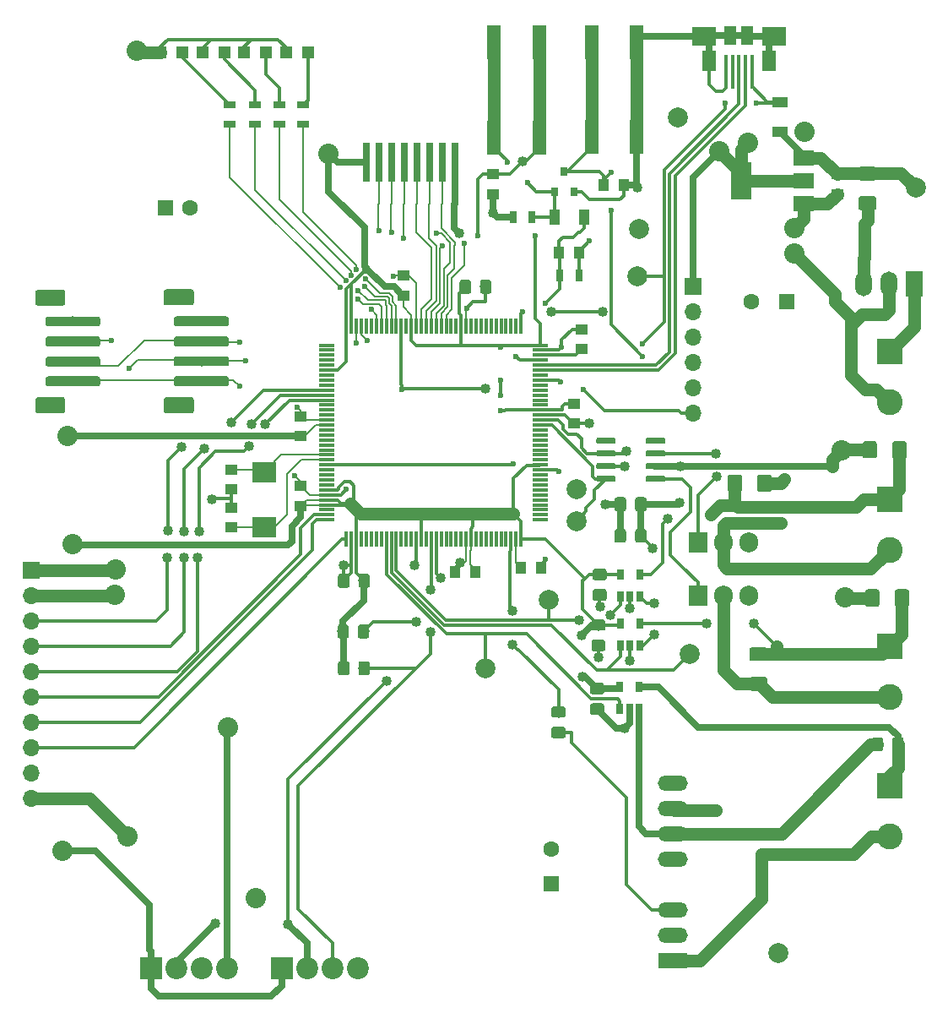
<source format=gbr>
G04 #@! TF.GenerationSoftware,KiCad,Pcbnew,(5.1.0-728-gb5c80fe68)*
G04 #@! TF.CreationDate,2019-05-28T10:59:10+01:00*
G04 #@! TF.ProjectId,garden,67617264-656e-42e6-9b69-6361645f7063,rev?*
G04 #@! TF.SameCoordinates,Original*
G04 #@! TF.FileFunction,Copper,L1,Top*
G04 #@! TF.FilePolarity,Positive*
%FSLAX46Y46*%
G04 Gerber Fmt 4.6, Leading zero omitted, Abs format (unit mm)*
G04 Created by KiCad (PCBNEW (5.1.0-728-gb5c80fe68)) date 2019-05-28 10:59:10*
%MOMM*%
%LPD*%
G04 APERTURE LIST*
%ADD10C,2.000000*%
%ADD11C,0.100000*%
%ADD12C,1.425000*%
%ADD13C,1.600000*%
%ADD14R,1.600000X1.600000*%
%ADD15O,1.700000X1.700000*%
%ADD16R,1.700000X1.700000*%
%ADD17C,2.200000*%
%ADD18R,2.200000X2.200000*%
%ADD19C,1.150000*%
%ADD20C,1.000000*%
%ADD21R,0.650000X1.060000*%
%ADD22O,3.000000X1.500000*%
%ADD23R,3.000000X1.500000*%
%ADD24C,2.600000*%
%ADD25R,2.600000X2.600000*%
%ADD26O,1.905000X2.000000*%
%ADD27R,1.905000X2.000000*%
%ADD28C,0.600000*%
%ADD29O,1.700000X2.500000*%
%ADD30R,1.700000X2.500000*%
%ADD31R,2.400000X2.000000*%
%ADD32R,0.800000X0.900000*%
%ADD33R,0.300000X1.550000*%
%ADD34R,1.550000X0.300000*%
%ADD35R,1.180000X1.900000*%
%ADD36R,2.380000X1.900000*%
%ADD37R,1.480000X2.100000*%
%ADD38R,0.450000X3.380000*%
%ADD39R,0.800000X4.000000*%
%ADD40R,1.600000X1.000000*%
%ADD41R,1.000000X1.600000*%
%ADD42R,0.700000X1.300000*%
%ADD43R,1.000000X1.250000*%
%ADD44R,1.250000X1.000000*%
%ADD45R,1.400000X3.500000*%
%ADD46R,1.200000X1.200000*%
%ADD47R,1.300000X0.700000*%
%ADD48R,2.000000X1.500000*%
%ADD49R,2.000000X3.800000*%
%ADD50C,1.016000*%
%ADD51C,2.032000*%
%ADD52C,0.304800*%
%ADD53C,0.177800*%
%ADD54C,0.635000*%
%ADD55C,1.270000*%
G04 APERTURE END LIST*
D10*
X107442000Y-114427000D03*
X113792000Y-107569000D03*
X127889000Y-113030000D03*
X126746000Y-59245500D03*
X150558500Y-66294000D03*
X122618500Y-75120500D03*
X122809000Y-70421500D03*
X136779000Y-143002000D03*
X116522500Y-99695000D03*
X116522500Y-96520000D03*
D11*
G36*
X135531171Y-115284530D02*
G01*
X135612277Y-115338723D01*
X135666470Y-115419829D01*
X135685500Y-115515500D01*
X135685500Y-116440500D01*
X135666470Y-116536171D01*
X135612277Y-116617277D01*
X135531171Y-116671470D01*
X135435500Y-116690500D01*
X134185500Y-116690500D01*
X134089829Y-116671470D01*
X134008723Y-116617277D01*
X133954530Y-116536171D01*
X133935500Y-116440500D01*
X133935500Y-115515500D01*
X133954530Y-115419829D01*
X134008723Y-115338723D01*
X134089829Y-115284530D01*
X134185500Y-115265500D01*
X135435500Y-115265500D01*
X135531171Y-115284530D01*
X135531171Y-115284530D01*
G37*
D12*
X134810500Y-115978000D03*
D11*
G36*
X135531171Y-112309530D02*
G01*
X135612277Y-112363723D01*
X135666470Y-112444829D01*
X135685500Y-112540500D01*
X135685500Y-113465500D01*
X135666470Y-113561171D01*
X135612277Y-113642277D01*
X135531171Y-113696470D01*
X135435500Y-113715500D01*
X134185500Y-113715500D01*
X134089829Y-113696470D01*
X134008723Y-113642277D01*
X133954530Y-113561171D01*
X133935500Y-113465500D01*
X133935500Y-112540500D01*
X133954530Y-112444829D01*
X134008723Y-112363723D01*
X134089829Y-112309530D01*
X134185500Y-112290500D01*
X135435500Y-112290500D01*
X135531171Y-112309530D01*
X135531171Y-112309530D01*
G37*
D12*
X134810500Y-113003000D03*
D11*
G36*
X135967171Y-95029030D02*
G01*
X136048277Y-95083223D01*
X136102470Y-95164329D01*
X136121500Y-95260000D01*
X136121500Y-96510000D01*
X136102470Y-96605671D01*
X136048277Y-96686777D01*
X135967171Y-96740970D01*
X135871500Y-96760000D01*
X134946500Y-96760000D01*
X134850829Y-96740970D01*
X134769723Y-96686777D01*
X134715530Y-96605671D01*
X134696500Y-96510000D01*
X134696500Y-95260000D01*
X134715530Y-95164329D01*
X134769723Y-95083223D01*
X134850829Y-95029030D01*
X134946500Y-95010000D01*
X135871500Y-95010000D01*
X135967171Y-95029030D01*
X135967171Y-95029030D01*
G37*
D12*
X135409000Y-95885000D03*
D11*
G36*
X132992171Y-95029030D02*
G01*
X133073277Y-95083223D01*
X133127470Y-95164329D01*
X133146500Y-95260000D01*
X133146500Y-96510000D01*
X133127470Y-96605671D01*
X133073277Y-96686777D01*
X132992171Y-96740970D01*
X132896500Y-96760000D01*
X131971500Y-96760000D01*
X131875829Y-96740970D01*
X131794723Y-96686777D01*
X131740530Y-96605671D01*
X131721500Y-96510000D01*
X131721500Y-95260000D01*
X131740530Y-95164329D01*
X131794723Y-95083223D01*
X131875829Y-95029030D01*
X131971500Y-95010000D01*
X132896500Y-95010000D01*
X132992171Y-95029030D01*
X132992171Y-95029030D01*
G37*
D12*
X132434000Y-95885000D03*
D13*
X77811000Y-68326000D03*
D14*
X75311000Y-68326000D03*
D13*
X114046000Y-132517000D03*
D14*
X114046000Y-136017000D03*
D13*
X134104500Y-77660500D03*
D14*
X137604500Y-77660500D03*
D15*
X61849000Y-127444500D03*
X61849000Y-124904500D03*
X61849000Y-122364500D03*
X61849000Y-119824500D03*
X61849000Y-117284500D03*
X61849000Y-114744500D03*
X61849000Y-112204500D03*
X61849000Y-109664500D03*
X61849000Y-107124500D03*
D16*
X61849000Y-104584500D03*
D17*
X94615000Y-144526000D03*
X92075000Y-144526000D03*
X89535000Y-144526000D03*
D18*
X86995000Y-144526000D03*
D11*
G36*
X95679671Y-113746030D02*
G01*
X95760777Y-113800223D01*
X95814970Y-113881329D01*
X95834000Y-113976999D01*
X95834000Y-114877001D01*
X95814970Y-114972671D01*
X95760777Y-115053777D01*
X95679671Y-115107970D01*
X95584001Y-115127000D01*
X94933999Y-115127000D01*
X94838329Y-115107970D01*
X94757223Y-115053777D01*
X94703030Y-114972671D01*
X94684000Y-114877001D01*
X94684000Y-113976999D01*
X94703030Y-113881329D01*
X94757223Y-113800223D01*
X94838329Y-113746030D01*
X94933999Y-113727000D01*
X95584001Y-113727000D01*
X95679671Y-113746030D01*
X95679671Y-113746030D01*
G37*
D19*
X95259000Y-114427000D03*
D11*
G36*
X93629671Y-113746030D02*
G01*
X93710777Y-113800223D01*
X93764970Y-113881329D01*
X93784000Y-113976999D01*
X93784000Y-114877001D01*
X93764970Y-114972671D01*
X93710777Y-115053777D01*
X93629671Y-115107970D01*
X93534001Y-115127000D01*
X92883999Y-115127000D01*
X92788329Y-115107970D01*
X92707223Y-115053777D01*
X92653030Y-114972671D01*
X92634000Y-114877001D01*
X92634000Y-113976999D01*
X92653030Y-113881329D01*
X92707223Y-113800223D01*
X92788329Y-113746030D01*
X92883999Y-113727000D01*
X93534001Y-113727000D01*
X93629671Y-113746030D01*
X93629671Y-113746030D01*
G37*
D19*
X93209000Y-114427000D03*
D11*
G36*
X95616171Y-110063030D02*
G01*
X95697277Y-110117223D01*
X95751470Y-110198329D01*
X95770500Y-110293999D01*
X95770500Y-111194001D01*
X95751470Y-111289671D01*
X95697277Y-111370777D01*
X95616171Y-111424970D01*
X95520501Y-111444000D01*
X94870499Y-111444000D01*
X94774829Y-111424970D01*
X94693723Y-111370777D01*
X94639530Y-111289671D01*
X94620500Y-111194001D01*
X94620500Y-110293999D01*
X94639530Y-110198329D01*
X94693723Y-110117223D01*
X94774829Y-110063030D01*
X94870499Y-110044000D01*
X95520501Y-110044000D01*
X95616171Y-110063030D01*
X95616171Y-110063030D01*
G37*
D19*
X95195500Y-110744000D03*
D11*
G36*
X93566171Y-110063030D02*
G01*
X93647277Y-110117223D01*
X93701470Y-110198329D01*
X93720500Y-110293999D01*
X93720500Y-111194001D01*
X93701470Y-111289671D01*
X93647277Y-111370777D01*
X93566171Y-111424970D01*
X93470501Y-111444000D01*
X92820499Y-111444000D01*
X92724829Y-111424970D01*
X92643723Y-111370777D01*
X92589530Y-111289671D01*
X92570500Y-111194001D01*
X92570500Y-110293999D01*
X92589530Y-110198329D01*
X92643723Y-110117223D01*
X92724829Y-110063030D01*
X92820499Y-110044000D01*
X93470501Y-110044000D01*
X93566171Y-110063030D01*
X93566171Y-110063030D01*
G37*
D19*
X93145500Y-110744000D03*
D17*
X81534000Y-144526000D03*
X78994000Y-144526000D03*
X76454000Y-144526000D03*
D18*
X73914000Y-144526000D03*
D11*
G36*
X65127671Y-76496030D02*
G01*
X65208777Y-76550223D01*
X65262970Y-76631329D01*
X65282000Y-76727000D01*
X65282000Y-77827000D01*
X65262970Y-77922671D01*
X65208777Y-78003777D01*
X65127671Y-78057970D01*
X65032000Y-78077000D01*
X62532000Y-78077000D01*
X62436329Y-78057970D01*
X62355223Y-78003777D01*
X62301030Y-77922671D01*
X62282000Y-77827000D01*
X62282000Y-76727000D01*
X62301030Y-76631329D01*
X62355223Y-76550223D01*
X62436329Y-76496030D01*
X62532000Y-76477000D01*
X65032000Y-76477000D01*
X65127671Y-76496030D01*
X65127671Y-76496030D01*
G37*
D13*
X63782000Y-77277000D03*
D11*
G36*
X65127671Y-87296030D02*
G01*
X65208777Y-87350223D01*
X65262970Y-87431329D01*
X65282000Y-87527000D01*
X65282000Y-88627000D01*
X65262970Y-88722671D01*
X65208777Y-88803777D01*
X65127671Y-88857970D01*
X65032000Y-88877000D01*
X62532000Y-88877000D01*
X62436329Y-88857970D01*
X62355223Y-88803777D01*
X62301030Y-88722671D01*
X62282000Y-88627000D01*
X62282000Y-87527000D01*
X62301030Y-87431329D01*
X62355223Y-87350223D01*
X62436329Y-87296030D01*
X62532000Y-87277000D01*
X65032000Y-87277000D01*
X65127671Y-87296030D01*
X65127671Y-87296030D01*
G37*
D13*
X63782000Y-88077000D03*
D11*
G36*
X68627671Y-79196030D02*
G01*
X68708777Y-79250223D01*
X68762970Y-79331329D01*
X68782000Y-79427000D01*
X68782000Y-79927000D01*
X68762970Y-80022671D01*
X68708777Y-80103777D01*
X68627671Y-80157970D01*
X68532000Y-80177000D01*
X63532000Y-80177000D01*
X63436329Y-80157970D01*
X63355223Y-80103777D01*
X63301030Y-80022671D01*
X63282000Y-79927000D01*
X63282000Y-79427000D01*
X63301030Y-79331329D01*
X63355223Y-79250223D01*
X63436329Y-79196030D01*
X63532000Y-79177000D01*
X68532000Y-79177000D01*
X68627671Y-79196030D01*
X68627671Y-79196030D01*
G37*
D20*
X66032000Y-79677000D03*
D11*
G36*
X68627671Y-81196030D02*
G01*
X68708777Y-81250223D01*
X68762970Y-81331329D01*
X68782000Y-81427000D01*
X68782000Y-81927000D01*
X68762970Y-82022671D01*
X68708777Y-82103777D01*
X68627671Y-82157970D01*
X68532000Y-82177000D01*
X63532000Y-82177000D01*
X63436329Y-82157970D01*
X63355223Y-82103777D01*
X63301030Y-82022671D01*
X63282000Y-81927000D01*
X63282000Y-81427000D01*
X63301030Y-81331329D01*
X63355223Y-81250223D01*
X63436329Y-81196030D01*
X63532000Y-81177000D01*
X68532000Y-81177000D01*
X68627671Y-81196030D01*
X68627671Y-81196030D01*
G37*
D20*
X66032000Y-81677000D03*
D11*
G36*
X68627671Y-83196030D02*
G01*
X68708777Y-83250223D01*
X68762970Y-83331329D01*
X68782000Y-83427000D01*
X68782000Y-83927000D01*
X68762970Y-84022671D01*
X68708777Y-84103777D01*
X68627671Y-84157970D01*
X68532000Y-84177000D01*
X63532000Y-84177000D01*
X63436329Y-84157970D01*
X63355223Y-84103777D01*
X63301030Y-84022671D01*
X63282000Y-83927000D01*
X63282000Y-83427000D01*
X63301030Y-83331329D01*
X63355223Y-83250223D01*
X63436329Y-83196030D01*
X63532000Y-83177000D01*
X68532000Y-83177000D01*
X68627671Y-83196030D01*
X68627671Y-83196030D01*
G37*
D20*
X66032000Y-83677000D03*
D11*
G36*
X68627671Y-85196030D02*
G01*
X68708777Y-85250223D01*
X68762970Y-85331329D01*
X68782000Y-85427000D01*
X68782000Y-85927000D01*
X68762970Y-86022671D01*
X68708777Y-86103777D01*
X68627671Y-86157970D01*
X68532000Y-86177000D01*
X63532000Y-86177000D01*
X63436329Y-86157970D01*
X63355223Y-86103777D01*
X63301030Y-86022671D01*
X63282000Y-85927000D01*
X63282000Y-85427000D01*
X63301030Y-85331329D01*
X63355223Y-85250223D01*
X63436329Y-85196030D01*
X63532000Y-85177000D01*
X68532000Y-85177000D01*
X68627671Y-85196030D01*
X68627671Y-85196030D01*
G37*
D20*
X66032000Y-85677000D03*
D11*
G36*
X78026171Y-76480530D02*
G01*
X78107277Y-76534723D01*
X78161470Y-76615829D01*
X78180500Y-76711500D01*
X78180500Y-77811500D01*
X78161470Y-77907171D01*
X78107277Y-77988277D01*
X78026171Y-78042470D01*
X77930500Y-78061500D01*
X75430500Y-78061500D01*
X75334829Y-78042470D01*
X75253723Y-77988277D01*
X75199530Y-77907171D01*
X75180500Y-77811500D01*
X75180500Y-76711500D01*
X75199530Y-76615829D01*
X75253723Y-76534723D01*
X75334829Y-76480530D01*
X75430500Y-76461500D01*
X77930500Y-76461500D01*
X78026171Y-76480530D01*
X78026171Y-76480530D01*
G37*
D13*
X76680500Y-77261500D03*
D11*
G36*
X78026171Y-87280530D02*
G01*
X78107277Y-87334723D01*
X78161470Y-87415829D01*
X78180500Y-87511500D01*
X78180500Y-88611500D01*
X78161470Y-88707171D01*
X78107277Y-88788277D01*
X78026171Y-88842470D01*
X77930500Y-88861500D01*
X75430500Y-88861500D01*
X75334829Y-88842470D01*
X75253723Y-88788277D01*
X75199530Y-88707171D01*
X75180500Y-88611500D01*
X75180500Y-87511500D01*
X75199530Y-87415829D01*
X75253723Y-87334723D01*
X75334829Y-87280530D01*
X75430500Y-87261500D01*
X77930500Y-87261500D01*
X78026171Y-87280530D01*
X78026171Y-87280530D01*
G37*
D13*
X76680500Y-88061500D03*
D11*
G36*
X81526171Y-79180530D02*
G01*
X81607277Y-79234723D01*
X81661470Y-79315829D01*
X81680500Y-79411500D01*
X81680500Y-79911500D01*
X81661470Y-80007171D01*
X81607277Y-80088277D01*
X81526171Y-80142470D01*
X81430500Y-80161500D01*
X76430500Y-80161500D01*
X76334829Y-80142470D01*
X76253723Y-80088277D01*
X76199530Y-80007171D01*
X76180500Y-79911500D01*
X76180500Y-79411500D01*
X76199530Y-79315829D01*
X76253723Y-79234723D01*
X76334829Y-79180530D01*
X76430500Y-79161500D01*
X81430500Y-79161500D01*
X81526171Y-79180530D01*
X81526171Y-79180530D01*
G37*
D20*
X78930500Y-79661500D03*
D11*
G36*
X81526171Y-81180530D02*
G01*
X81607277Y-81234723D01*
X81661470Y-81315829D01*
X81680500Y-81411500D01*
X81680500Y-81911500D01*
X81661470Y-82007171D01*
X81607277Y-82088277D01*
X81526171Y-82142470D01*
X81430500Y-82161500D01*
X76430500Y-82161500D01*
X76334829Y-82142470D01*
X76253723Y-82088277D01*
X76199530Y-82007171D01*
X76180500Y-81911500D01*
X76180500Y-81411500D01*
X76199530Y-81315829D01*
X76253723Y-81234723D01*
X76334829Y-81180530D01*
X76430500Y-81161500D01*
X81430500Y-81161500D01*
X81526171Y-81180530D01*
X81526171Y-81180530D01*
G37*
D20*
X78930500Y-81661500D03*
D11*
G36*
X81526171Y-83180530D02*
G01*
X81607277Y-83234723D01*
X81661470Y-83315829D01*
X81680500Y-83411500D01*
X81680500Y-83911500D01*
X81661470Y-84007171D01*
X81607277Y-84088277D01*
X81526171Y-84142470D01*
X81430500Y-84161500D01*
X76430500Y-84161500D01*
X76334829Y-84142470D01*
X76253723Y-84088277D01*
X76199530Y-84007171D01*
X76180500Y-83911500D01*
X76180500Y-83411500D01*
X76199530Y-83315829D01*
X76253723Y-83234723D01*
X76334829Y-83180530D01*
X76430500Y-83161500D01*
X81430500Y-83161500D01*
X81526171Y-83180530D01*
X81526171Y-83180530D01*
G37*
D20*
X78930500Y-83661500D03*
D11*
G36*
X81526171Y-85180530D02*
G01*
X81607277Y-85234723D01*
X81661470Y-85315829D01*
X81680500Y-85411500D01*
X81680500Y-85911500D01*
X81661470Y-86007171D01*
X81607277Y-86088277D01*
X81526171Y-86142470D01*
X81430500Y-86161500D01*
X76430500Y-86161500D01*
X76334829Y-86142470D01*
X76253723Y-86088277D01*
X76199530Y-86007171D01*
X76180500Y-85911500D01*
X76180500Y-85411500D01*
X76199530Y-85315829D01*
X76253723Y-85234723D01*
X76334829Y-85180530D01*
X76430500Y-85161500D01*
X81430500Y-85161500D01*
X81526171Y-85180530D01*
X81526171Y-85180530D01*
G37*
D20*
X78930500Y-85661500D03*
D21*
X120909000Y-116332000D03*
X122809000Y-116332000D03*
X122809000Y-118532000D03*
X121859000Y-118532000D03*
X120909000Y-118532000D03*
D22*
X126174500Y-125920500D03*
X126174500Y-128460500D03*
X126174500Y-138620500D03*
X126174500Y-131000500D03*
X126174500Y-133540500D03*
X126174500Y-141160500D03*
D23*
X126174500Y-143700500D03*
D11*
G36*
X147160171Y-121366030D02*
G01*
X147241277Y-121420223D01*
X147295470Y-121501329D01*
X147314500Y-121596999D01*
X147314500Y-122497001D01*
X147295470Y-122592671D01*
X147241277Y-122673777D01*
X147160171Y-122727970D01*
X147064501Y-122747000D01*
X146414499Y-122747000D01*
X146318829Y-122727970D01*
X146237723Y-122673777D01*
X146183530Y-122592671D01*
X146164500Y-122497001D01*
X146164500Y-121596999D01*
X146183530Y-121501329D01*
X146237723Y-121420223D01*
X146318829Y-121366030D01*
X146414499Y-121347000D01*
X147064501Y-121347000D01*
X147160171Y-121366030D01*
X147160171Y-121366030D01*
G37*
D19*
X146739500Y-122047000D03*
D11*
G36*
X149210171Y-121366030D02*
G01*
X149291277Y-121420223D01*
X149345470Y-121501329D01*
X149364500Y-121596999D01*
X149364500Y-122497001D01*
X149345470Y-122592671D01*
X149291277Y-122673777D01*
X149210171Y-122727970D01*
X149114501Y-122747000D01*
X148464499Y-122747000D01*
X148368829Y-122727970D01*
X148287723Y-122673777D01*
X148233530Y-122592671D01*
X148214500Y-122497001D01*
X148214500Y-121596999D01*
X148233530Y-121501329D01*
X148287723Y-121420223D01*
X148368829Y-121366030D01*
X148464499Y-121347000D01*
X149114501Y-121347000D01*
X149210171Y-121366030D01*
X149210171Y-121366030D01*
G37*
D19*
X148789500Y-122047000D03*
D11*
G36*
X115290171Y-118243530D02*
G01*
X115371277Y-118297723D01*
X115425470Y-118378829D01*
X115444500Y-118474499D01*
X115444500Y-119124501D01*
X115425470Y-119220171D01*
X115371277Y-119301277D01*
X115290171Y-119355470D01*
X115194501Y-119374500D01*
X114294499Y-119374500D01*
X114198829Y-119355470D01*
X114117723Y-119301277D01*
X114063530Y-119220171D01*
X114044500Y-119124501D01*
X114044500Y-118474499D01*
X114063530Y-118378829D01*
X114117723Y-118297723D01*
X114198829Y-118243530D01*
X114294499Y-118224500D01*
X115194501Y-118224500D01*
X115290171Y-118243530D01*
X115290171Y-118243530D01*
G37*
D19*
X114744500Y-118799500D03*
D11*
G36*
X115290171Y-120293530D02*
G01*
X115371277Y-120347723D01*
X115425470Y-120428829D01*
X115444500Y-120524499D01*
X115444500Y-121174501D01*
X115425470Y-121270171D01*
X115371277Y-121351277D01*
X115290171Y-121405470D01*
X115194501Y-121424500D01*
X114294499Y-121424500D01*
X114198829Y-121405470D01*
X114117723Y-121351277D01*
X114063530Y-121270171D01*
X114044500Y-121174501D01*
X114044500Y-120524499D01*
X114063530Y-120428829D01*
X114117723Y-120347723D01*
X114198829Y-120293530D01*
X114294499Y-120274500D01*
X115194501Y-120274500D01*
X115290171Y-120293530D01*
X115290171Y-120293530D01*
G37*
D19*
X114744500Y-120849500D03*
D24*
X147955000Y-131318000D03*
D25*
X147955000Y-126238000D03*
D11*
G36*
X119163671Y-117953030D02*
G01*
X119244777Y-118007223D01*
X119298970Y-118088329D01*
X119318000Y-118183999D01*
X119318000Y-118834001D01*
X119298970Y-118929671D01*
X119244777Y-119010777D01*
X119163671Y-119064970D01*
X119068001Y-119084000D01*
X118167999Y-119084000D01*
X118072329Y-119064970D01*
X117991223Y-119010777D01*
X117937030Y-118929671D01*
X117918000Y-118834001D01*
X117918000Y-118183999D01*
X117937030Y-118088329D01*
X117991223Y-118007223D01*
X118072329Y-117953030D01*
X118167999Y-117934000D01*
X119068001Y-117934000D01*
X119163671Y-117953030D01*
X119163671Y-117953030D01*
G37*
D19*
X118618000Y-118509000D03*
D11*
G36*
X119163671Y-115903030D02*
G01*
X119244777Y-115957223D01*
X119298970Y-116038329D01*
X119318000Y-116133999D01*
X119318000Y-116784001D01*
X119298970Y-116879671D01*
X119244777Y-116960777D01*
X119163671Y-117014970D01*
X119068001Y-117034000D01*
X118167999Y-117034000D01*
X118072329Y-117014970D01*
X117991223Y-116960777D01*
X117937030Y-116879671D01*
X117918000Y-116784001D01*
X117918000Y-116133999D01*
X117937030Y-116038329D01*
X117991223Y-115957223D01*
X118072329Y-115903030D01*
X118167999Y-115884000D01*
X119068001Y-115884000D01*
X119163671Y-115903030D01*
X119163671Y-115903030D01*
G37*
D19*
X118618000Y-116459000D03*
D11*
G36*
X149746671Y-106522530D02*
G01*
X149827777Y-106576723D01*
X149881970Y-106657829D01*
X149901000Y-106753500D01*
X149901000Y-108003500D01*
X149881970Y-108099171D01*
X149827777Y-108180277D01*
X149746671Y-108234470D01*
X149651000Y-108253500D01*
X148726000Y-108253500D01*
X148630329Y-108234470D01*
X148549223Y-108180277D01*
X148495030Y-108099171D01*
X148476000Y-108003500D01*
X148476000Y-106753500D01*
X148495030Y-106657829D01*
X148549223Y-106576723D01*
X148630329Y-106522530D01*
X148726000Y-106503500D01*
X149651000Y-106503500D01*
X149746671Y-106522530D01*
X149746671Y-106522530D01*
G37*
D12*
X149188500Y-107378500D03*
D11*
G36*
X146771671Y-106522530D02*
G01*
X146852777Y-106576723D01*
X146906970Y-106657829D01*
X146926000Y-106753500D01*
X146926000Y-108003500D01*
X146906970Y-108099171D01*
X146852777Y-108180277D01*
X146771671Y-108234470D01*
X146676000Y-108253500D01*
X145751000Y-108253500D01*
X145655329Y-108234470D01*
X145574223Y-108180277D01*
X145520030Y-108099171D01*
X145501000Y-108003500D01*
X145501000Y-106753500D01*
X145520030Y-106657829D01*
X145574223Y-106576723D01*
X145655329Y-106522530D01*
X145751000Y-106503500D01*
X146676000Y-106503500D01*
X146771671Y-106522530D01*
X146771671Y-106522530D01*
G37*
D12*
X146213500Y-107378500D03*
D11*
G36*
X149492671Y-91663530D02*
G01*
X149573777Y-91717723D01*
X149627970Y-91798829D01*
X149647000Y-91894500D01*
X149647000Y-93144500D01*
X149627970Y-93240171D01*
X149573777Y-93321277D01*
X149492671Y-93375470D01*
X149397000Y-93394500D01*
X148472000Y-93394500D01*
X148376329Y-93375470D01*
X148295223Y-93321277D01*
X148241030Y-93240171D01*
X148222000Y-93144500D01*
X148222000Y-91894500D01*
X148241030Y-91798829D01*
X148295223Y-91717723D01*
X148376329Y-91663530D01*
X148472000Y-91644500D01*
X149397000Y-91644500D01*
X149492671Y-91663530D01*
X149492671Y-91663530D01*
G37*
D12*
X148934500Y-92519500D03*
D11*
G36*
X146517671Y-91663530D02*
G01*
X146598777Y-91717723D01*
X146652970Y-91798829D01*
X146672000Y-91894500D01*
X146672000Y-93144500D01*
X146652970Y-93240171D01*
X146598777Y-93321277D01*
X146517671Y-93375470D01*
X146422000Y-93394500D01*
X145497000Y-93394500D01*
X145401329Y-93375470D01*
X145320223Y-93321277D01*
X145266030Y-93240171D01*
X145247000Y-93144500D01*
X145247000Y-91894500D01*
X145266030Y-91798829D01*
X145320223Y-91717723D01*
X145401329Y-91663530D01*
X145497000Y-91644500D01*
X146422000Y-91644500D01*
X146517671Y-91663530D01*
X146517671Y-91663530D01*
G37*
D12*
X145959500Y-92519500D03*
D11*
G36*
X119290671Y-111585030D02*
G01*
X119371777Y-111639223D01*
X119425970Y-111720329D01*
X119445000Y-111815999D01*
X119445000Y-112466001D01*
X119425970Y-112561671D01*
X119371777Y-112642777D01*
X119290671Y-112696970D01*
X119195001Y-112716000D01*
X118294999Y-112716000D01*
X118199329Y-112696970D01*
X118118223Y-112642777D01*
X118064030Y-112561671D01*
X118045000Y-112466001D01*
X118045000Y-111815999D01*
X118064030Y-111720329D01*
X118118223Y-111639223D01*
X118199329Y-111585030D01*
X118294999Y-111566000D01*
X119195001Y-111566000D01*
X119290671Y-111585030D01*
X119290671Y-111585030D01*
G37*
D19*
X118745000Y-112141000D03*
D11*
G36*
X119290671Y-109535030D02*
G01*
X119371777Y-109589223D01*
X119425970Y-109670329D01*
X119445000Y-109765999D01*
X119445000Y-110416001D01*
X119425970Y-110511671D01*
X119371777Y-110592777D01*
X119290671Y-110646970D01*
X119195001Y-110666000D01*
X118294999Y-110666000D01*
X118199329Y-110646970D01*
X118118223Y-110592777D01*
X118064030Y-110511671D01*
X118045000Y-110416001D01*
X118045000Y-109765999D01*
X118064030Y-109670329D01*
X118118223Y-109589223D01*
X118199329Y-109535030D01*
X118294999Y-109516000D01*
X119195001Y-109516000D01*
X119290671Y-109535030D01*
X119290671Y-109535030D01*
G37*
D19*
X118745000Y-110091000D03*
D11*
G36*
X119417671Y-106514030D02*
G01*
X119498777Y-106568223D01*
X119552970Y-106649329D01*
X119572000Y-106744999D01*
X119572000Y-107395001D01*
X119552970Y-107490671D01*
X119498777Y-107571777D01*
X119417671Y-107625970D01*
X119322001Y-107645000D01*
X118421999Y-107645000D01*
X118326329Y-107625970D01*
X118245223Y-107571777D01*
X118191030Y-107490671D01*
X118172000Y-107395001D01*
X118172000Y-106744999D01*
X118191030Y-106649329D01*
X118245223Y-106568223D01*
X118326329Y-106514030D01*
X118421999Y-106495000D01*
X119322001Y-106495000D01*
X119417671Y-106514030D01*
X119417671Y-106514030D01*
G37*
D19*
X118872000Y-107070000D03*
D11*
G36*
X119417671Y-104464030D02*
G01*
X119498777Y-104518223D01*
X119552970Y-104599329D01*
X119572000Y-104694999D01*
X119572000Y-105345001D01*
X119552970Y-105440671D01*
X119498777Y-105521777D01*
X119417671Y-105575970D01*
X119322001Y-105595000D01*
X118421999Y-105595000D01*
X118326329Y-105575970D01*
X118245223Y-105521777D01*
X118191030Y-105440671D01*
X118172000Y-105345001D01*
X118172000Y-104694999D01*
X118191030Y-104599329D01*
X118245223Y-104518223D01*
X118326329Y-104464030D01*
X118421999Y-104445000D01*
X119322001Y-104445000D01*
X119417671Y-104464030D01*
X119417671Y-104464030D01*
G37*
D19*
X118872000Y-105020000D03*
D21*
X120970000Y-109961500D03*
X122870000Y-109961500D03*
X122870000Y-112161500D03*
X121920000Y-112161500D03*
X120970000Y-112161500D03*
X120970000Y-105008500D03*
X122870000Y-105008500D03*
X122870000Y-107208500D03*
X121920000Y-107208500D03*
X120970000Y-107208500D03*
D26*
X133794500Y-107124500D03*
X131254500Y-107124500D03*
D27*
X128714500Y-107124500D03*
D24*
X147955000Y-117348000D03*
D25*
X147955000Y-112268000D03*
D24*
X147955000Y-102552500D03*
D25*
X147955000Y-97472500D03*
D26*
X133794500Y-101790500D03*
X131254500Y-101790500D03*
D27*
X128714500Y-101790500D03*
D11*
G36*
X125358500Y-91350596D02*
G01*
X125413404Y-91405500D01*
X125433500Y-91480500D01*
X125433500Y-91780500D01*
X125413404Y-91855500D01*
X125358500Y-91910404D01*
X125283500Y-91930500D01*
X123633500Y-91930500D01*
X123558500Y-91910404D01*
X123503596Y-91855500D01*
X123483500Y-91780500D01*
X123483500Y-91480500D01*
X123503596Y-91405500D01*
X123558500Y-91350596D01*
X123633500Y-91330500D01*
X125283500Y-91330500D01*
X125358500Y-91350596D01*
X125358500Y-91350596D01*
G37*
D28*
X124458500Y-91630500D03*
D11*
G36*
X125358500Y-92620596D02*
G01*
X125413404Y-92675500D01*
X125433500Y-92750500D01*
X125433500Y-93050500D01*
X125413404Y-93125500D01*
X125358500Y-93180404D01*
X125283500Y-93200500D01*
X123633500Y-93200500D01*
X123558500Y-93180404D01*
X123503596Y-93125500D01*
X123483500Y-93050500D01*
X123483500Y-92750500D01*
X123503596Y-92675500D01*
X123558500Y-92620596D01*
X123633500Y-92600500D01*
X125283500Y-92600500D01*
X125358500Y-92620596D01*
X125358500Y-92620596D01*
G37*
D28*
X124458500Y-92900500D03*
D11*
G36*
X125358500Y-93890596D02*
G01*
X125413404Y-93945500D01*
X125433500Y-94020500D01*
X125433500Y-94320500D01*
X125413404Y-94395500D01*
X125358500Y-94450404D01*
X125283500Y-94470500D01*
X123633500Y-94470500D01*
X123558500Y-94450404D01*
X123503596Y-94395500D01*
X123483500Y-94320500D01*
X123483500Y-94020500D01*
X123503596Y-93945500D01*
X123558500Y-93890596D01*
X123633500Y-93870500D01*
X125283500Y-93870500D01*
X125358500Y-93890596D01*
X125358500Y-93890596D01*
G37*
D28*
X124458500Y-94170500D03*
D11*
G36*
X125358500Y-95160596D02*
G01*
X125413404Y-95215500D01*
X125433500Y-95290500D01*
X125433500Y-95590500D01*
X125413404Y-95665500D01*
X125358500Y-95720404D01*
X125283500Y-95740500D01*
X123633500Y-95740500D01*
X123558500Y-95720404D01*
X123503596Y-95665500D01*
X123483500Y-95590500D01*
X123483500Y-95290500D01*
X123503596Y-95215500D01*
X123558500Y-95160596D01*
X123633500Y-95140500D01*
X125283500Y-95140500D01*
X125358500Y-95160596D01*
X125358500Y-95160596D01*
G37*
D28*
X124458500Y-95440500D03*
D11*
G36*
X120408500Y-95160596D02*
G01*
X120463404Y-95215500D01*
X120483500Y-95290500D01*
X120483500Y-95590500D01*
X120463404Y-95665500D01*
X120408500Y-95720404D01*
X120333500Y-95740500D01*
X118683500Y-95740500D01*
X118608500Y-95720404D01*
X118553596Y-95665500D01*
X118533500Y-95590500D01*
X118533500Y-95290500D01*
X118553596Y-95215500D01*
X118608500Y-95160596D01*
X118683500Y-95140500D01*
X120333500Y-95140500D01*
X120408500Y-95160596D01*
X120408500Y-95160596D01*
G37*
D28*
X119508500Y-95440500D03*
D11*
G36*
X120408500Y-93890596D02*
G01*
X120463404Y-93945500D01*
X120483500Y-94020500D01*
X120483500Y-94320500D01*
X120463404Y-94395500D01*
X120408500Y-94450404D01*
X120333500Y-94470500D01*
X118683500Y-94470500D01*
X118608500Y-94450404D01*
X118553596Y-94395500D01*
X118533500Y-94320500D01*
X118533500Y-94020500D01*
X118553596Y-93945500D01*
X118608500Y-93890596D01*
X118683500Y-93870500D01*
X120333500Y-93870500D01*
X120408500Y-93890596D01*
X120408500Y-93890596D01*
G37*
D28*
X119508500Y-94170500D03*
D11*
G36*
X120408500Y-92620596D02*
G01*
X120463404Y-92675500D01*
X120483500Y-92750500D01*
X120483500Y-93050500D01*
X120463404Y-93125500D01*
X120408500Y-93180404D01*
X120333500Y-93200500D01*
X118683500Y-93200500D01*
X118608500Y-93180404D01*
X118553596Y-93125500D01*
X118533500Y-93050500D01*
X118533500Y-92750500D01*
X118553596Y-92675500D01*
X118608500Y-92620596D01*
X118683500Y-92600500D01*
X120333500Y-92600500D01*
X120408500Y-92620596D01*
X120408500Y-92620596D01*
G37*
D28*
X119508500Y-92900500D03*
D11*
G36*
X120408500Y-91350596D02*
G01*
X120463404Y-91405500D01*
X120483500Y-91480500D01*
X120483500Y-91780500D01*
X120463404Y-91855500D01*
X120408500Y-91910404D01*
X120333500Y-91930500D01*
X118683500Y-91930500D01*
X118608500Y-91910404D01*
X118553596Y-91855500D01*
X118533500Y-91780500D01*
X118533500Y-91480500D01*
X118553596Y-91405500D01*
X118608500Y-91350596D01*
X118683500Y-91330500D01*
X120333500Y-91330500D01*
X120408500Y-91350596D01*
X120408500Y-91350596D01*
G37*
D28*
X119508500Y-91630500D03*
D11*
G36*
X121379171Y-97299530D02*
G01*
X121460277Y-97353723D01*
X121514470Y-97434829D01*
X121533500Y-97530499D01*
X121533500Y-98430501D01*
X121514470Y-98526171D01*
X121460277Y-98607277D01*
X121379171Y-98661470D01*
X121283501Y-98680500D01*
X120633499Y-98680500D01*
X120537829Y-98661470D01*
X120456723Y-98607277D01*
X120402530Y-98526171D01*
X120383500Y-98430501D01*
X120383500Y-97530499D01*
X120402530Y-97434829D01*
X120456723Y-97353723D01*
X120537829Y-97299530D01*
X120633499Y-97280500D01*
X121283501Y-97280500D01*
X121379171Y-97299530D01*
X121379171Y-97299530D01*
G37*
D19*
X120958500Y-97980500D03*
D11*
G36*
X123429171Y-97299530D02*
G01*
X123510277Y-97353723D01*
X123564470Y-97434829D01*
X123583500Y-97530499D01*
X123583500Y-98430501D01*
X123564470Y-98526171D01*
X123510277Y-98607277D01*
X123429171Y-98661470D01*
X123333501Y-98680500D01*
X122683499Y-98680500D01*
X122587829Y-98661470D01*
X122506723Y-98607277D01*
X122452530Y-98526171D01*
X122433500Y-98430501D01*
X122433500Y-97530499D01*
X122452530Y-97434829D01*
X122506723Y-97353723D01*
X122587829Y-97299530D01*
X122683499Y-97280500D01*
X123333501Y-97280500D01*
X123429171Y-97299530D01*
X123429171Y-97299530D01*
G37*
D19*
X123008500Y-97980500D03*
D11*
G36*
X121379171Y-100474530D02*
G01*
X121460277Y-100528723D01*
X121514470Y-100609829D01*
X121533500Y-100705499D01*
X121533500Y-101605501D01*
X121514470Y-101701171D01*
X121460277Y-101782277D01*
X121379171Y-101836470D01*
X121283501Y-101855500D01*
X120633499Y-101855500D01*
X120537829Y-101836470D01*
X120456723Y-101782277D01*
X120402530Y-101701171D01*
X120383500Y-101605501D01*
X120383500Y-100705499D01*
X120402530Y-100609829D01*
X120456723Y-100528723D01*
X120537829Y-100474530D01*
X120633499Y-100455500D01*
X121283501Y-100455500D01*
X121379171Y-100474530D01*
X121379171Y-100474530D01*
G37*
D19*
X120958500Y-101155500D03*
D11*
G36*
X123429171Y-100474530D02*
G01*
X123510277Y-100528723D01*
X123564470Y-100609829D01*
X123583500Y-100705499D01*
X123583500Y-101605501D01*
X123564470Y-101701171D01*
X123510277Y-101782277D01*
X123429171Y-101836470D01*
X123333501Y-101855500D01*
X122683499Y-101855500D01*
X122587829Y-101836470D01*
X122506723Y-101782277D01*
X122452530Y-101701171D01*
X122433500Y-101605501D01*
X122433500Y-100705499D01*
X122452530Y-100609829D01*
X122506723Y-100528723D01*
X122587829Y-100474530D01*
X122683499Y-100455500D01*
X123333501Y-100455500D01*
X123429171Y-100474530D01*
X123429171Y-100474530D01*
G37*
D19*
X123008500Y-101155500D03*
D29*
X145351500Y-75882500D03*
X147891500Y-75882500D03*
D30*
X150431500Y-75882500D03*
D24*
X147955000Y-87757000D03*
D25*
X147955000Y-82677000D03*
D11*
G36*
X146453171Y-67115030D02*
G01*
X146534277Y-67169223D01*
X146588470Y-67250329D01*
X146607500Y-67346000D01*
X146607500Y-68271000D01*
X146588470Y-68366671D01*
X146534277Y-68447777D01*
X146453171Y-68501970D01*
X146357500Y-68521000D01*
X145107500Y-68521000D01*
X145011829Y-68501970D01*
X144930723Y-68447777D01*
X144876530Y-68366671D01*
X144857500Y-68271000D01*
X144857500Y-67346000D01*
X144876530Y-67250329D01*
X144930723Y-67169223D01*
X145011829Y-67115030D01*
X145107500Y-67096000D01*
X146357500Y-67096000D01*
X146453171Y-67115030D01*
X146453171Y-67115030D01*
G37*
D12*
X145732500Y-67808500D03*
D11*
G36*
X146453171Y-64140030D02*
G01*
X146534277Y-64194223D01*
X146588470Y-64275329D01*
X146607500Y-64371000D01*
X146607500Y-65296000D01*
X146588470Y-65391671D01*
X146534277Y-65472777D01*
X146453171Y-65526970D01*
X146357500Y-65546000D01*
X145107500Y-65546000D01*
X145011829Y-65526970D01*
X144930723Y-65472777D01*
X144876530Y-65391671D01*
X144857500Y-65296000D01*
X144857500Y-64371000D01*
X144876530Y-64275329D01*
X144930723Y-64194223D01*
X145011829Y-64140030D01*
X145107500Y-64121000D01*
X146357500Y-64121000D01*
X146453171Y-64140030D01*
X146453171Y-64140030D01*
G37*
D12*
X145732500Y-64833500D03*
D11*
G36*
X107871671Y-75519030D02*
G01*
X107952777Y-75573223D01*
X108006970Y-75654329D01*
X108026000Y-75749999D01*
X108026000Y-76650001D01*
X108006970Y-76745671D01*
X107952777Y-76826777D01*
X107871671Y-76880970D01*
X107776001Y-76900000D01*
X107125999Y-76900000D01*
X107030329Y-76880970D01*
X106949223Y-76826777D01*
X106895030Y-76745671D01*
X106876000Y-76650001D01*
X106876000Y-75749999D01*
X106895030Y-75654329D01*
X106949223Y-75573223D01*
X107030329Y-75519030D01*
X107125999Y-75500000D01*
X107776001Y-75500000D01*
X107871671Y-75519030D01*
X107871671Y-75519030D01*
G37*
D19*
X107451000Y-76200000D03*
D11*
G36*
X105821671Y-75519030D02*
G01*
X105902777Y-75573223D01*
X105956970Y-75654329D01*
X105976000Y-75749999D01*
X105976000Y-76650001D01*
X105956970Y-76745671D01*
X105902777Y-76826777D01*
X105821671Y-76880970D01*
X105726001Y-76900000D01*
X105075999Y-76900000D01*
X104980329Y-76880970D01*
X104899223Y-76826777D01*
X104845030Y-76745671D01*
X104826000Y-76650001D01*
X104826000Y-75749999D01*
X104845030Y-75654329D01*
X104899223Y-75573223D01*
X104980329Y-75519030D01*
X105075999Y-75500000D01*
X105726001Y-75500000D01*
X105821671Y-75519030D01*
X105821671Y-75519030D01*
G37*
D19*
X105401000Y-76200000D03*
D11*
G36*
X93629671Y-104983030D02*
G01*
X93710777Y-105037223D01*
X93764970Y-105118329D01*
X93784000Y-105213999D01*
X93784000Y-106114001D01*
X93764970Y-106209671D01*
X93710777Y-106290777D01*
X93629671Y-106344970D01*
X93534001Y-106364000D01*
X92883999Y-106364000D01*
X92788329Y-106344970D01*
X92707223Y-106290777D01*
X92653030Y-106209671D01*
X92634000Y-106114001D01*
X92634000Y-105213999D01*
X92653030Y-105118329D01*
X92707223Y-105037223D01*
X92788329Y-104983030D01*
X92883999Y-104964000D01*
X93534001Y-104964000D01*
X93629671Y-104983030D01*
X93629671Y-104983030D01*
G37*
D19*
X93209000Y-105664000D03*
D11*
G36*
X95679671Y-104983030D02*
G01*
X95760777Y-105037223D01*
X95814970Y-105118329D01*
X95834000Y-105213999D01*
X95834000Y-106114001D01*
X95814970Y-106209671D01*
X95760777Y-106290777D01*
X95679671Y-106344970D01*
X95584001Y-106364000D01*
X94933999Y-106364000D01*
X94838329Y-106344970D01*
X94757223Y-106290777D01*
X94703030Y-106209671D01*
X94684000Y-106114001D01*
X94684000Y-105213999D01*
X94703030Y-105118329D01*
X94757223Y-105037223D01*
X94838329Y-104983030D01*
X94933999Y-104964000D01*
X95584001Y-104964000D01*
X95679671Y-104983030D01*
X95679671Y-104983030D01*
G37*
D19*
X95259000Y-105664000D03*
D31*
X85217000Y-100298500D03*
X85217000Y-94773500D03*
D32*
X115316000Y-64659000D03*
X116266000Y-66659000D03*
X114366000Y-66659000D03*
D33*
X93485000Y-80105000D03*
X93985000Y-80105000D03*
X94485000Y-80105000D03*
X94985000Y-80105000D03*
X95485000Y-80105000D03*
X95985000Y-80105000D03*
X96485000Y-80105000D03*
X96985000Y-80105000D03*
X97485000Y-80105000D03*
X97985000Y-80105000D03*
X98485000Y-80105000D03*
X98985000Y-80105000D03*
X99485000Y-80105000D03*
X99985000Y-80105000D03*
X100485000Y-80105000D03*
X100985000Y-80105000D03*
X101485000Y-80105000D03*
X101985000Y-80105000D03*
X102485000Y-80105000D03*
X102985000Y-80105000D03*
X103485000Y-80105000D03*
X103985000Y-80105000D03*
X104485000Y-80105000D03*
X104985000Y-80105000D03*
X105485000Y-80105000D03*
X105985000Y-80105000D03*
X106485000Y-80105000D03*
X106985000Y-80105000D03*
X107485000Y-80105000D03*
X107985000Y-80105000D03*
X108485000Y-80105000D03*
X108985000Y-80105000D03*
X109485000Y-80105000D03*
X109985000Y-80105000D03*
X110485000Y-80105000D03*
X110985000Y-80105000D03*
D34*
X112935000Y-82055000D03*
X112935000Y-82555000D03*
X112935000Y-83055000D03*
X112935000Y-83555000D03*
X112935000Y-84055000D03*
X112935000Y-84555000D03*
X112935000Y-85055000D03*
X112935000Y-85555000D03*
X112935000Y-86055000D03*
X112935000Y-86555000D03*
X112935000Y-87055000D03*
X112935000Y-87555000D03*
X112935000Y-88055000D03*
X112935000Y-88555000D03*
X112935000Y-89055000D03*
X112935000Y-89555000D03*
X112935000Y-90055000D03*
X112935000Y-90555000D03*
X112935000Y-91055000D03*
X112935000Y-91555000D03*
X112935000Y-92055000D03*
X112935000Y-92555000D03*
X112935000Y-93055000D03*
X112935000Y-93555000D03*
X112935000Y-94055000D03*
X112935000Y-94555000D03*
X112935000Y-95055000D03*
X112935000Y-95555000D03*
X112935000Y-96055000D03*
X112935000Y-96555000D03*
X112935000Y-97055000D03*
X112935000Y-97555000D03*
X112935000Y-98055000D03*
X112935000Y-98555000D03*
X112935000Y-99055000D03*
X112935000Y-99555000D03*
D33*
X110985000Y-101505000D03*
X110485000Y-101505000D03*
X109985000Y-101505000D03*
X109485000Y-101505000D03*
X108985000Y-101505000D03*
X108485000Y-101505000D03*
X107985000Y-101505000D03*
X107485000Y-101505000D03*
X106985000Y-101505000D03*
X106485000Y-101505000D03*
X105985000Y-101505000D03*
X105485000Y-101505000D03*
X104985000Y-101505000D03*
X104485000Y-101505000D03*
X103985000Y-101505000D03*
X103485000Y-101505000D03*
X102985000Y-101505000D03*
X102485000Y-101505000D03*
X101985000Y-101505000D03*
X101485000Y-101505000D03*
X100985000Y-101505000D03*
X100485000Y-101505000D03*
X99985000Y-101505000D03*
X99485000Y-101505000D03*
X98985000Y-101505000D03*
X98485000Y-101505000D03*
X97985000Y-101505000D03*
X97485000Y-101505000D03*
X96985000Y-101505000D03*
X96485000Y-101505000D03*
X95985000Y-101505000D03*
X95485000Y-101505000D03*
X94985000Y-101505000D03*
X94485000Y-101505000D03*
X93985000Y-101505000D03*
X93485000Y-101505000D03*
D34*
X91535000Y-99555000D03*
X91535000Y-99055000D03*
X91535000Y-98555000D03*
X91535000Y-98055000D03*
X91535000Y-97555000D03*
X91535000Y-97055000D03*
X91535000Y-96555000D03*
X91535000Y-96055000D03*
X91535000Y-95555000D03*
X91535000Y-95055000D03*
X91535000Y-94555000D03*
X91535000Y-94055000D03*
X91535000Y-93555000D03*
X91535000Y-93055000D03*
X91535000Y-92555000D03*
X91535000Y-92055000D03*
X91535000Y-91555000D03*
X91535000Y-91055000D03*
X91535000Y-90555000D03*
X91535000Y-90055000D03*
X91535000Y-89555000D03*
X91535000Y-89055000D03*
X91535000Y-88555000D03*
X91535000Y-88055000D03*
X91535000Y-87555000D03*
X91535000Y-87055000D03*
X91535000Y-86555000D03*
X91535000Y-86055000D03*
X91535000Y-85555000D03*
X91535000Y-85055000D03*
X91535000Y-84555000D03*
X91535000Y-84055000D03*
X91535000Y-83555000D03*
X91535000Y-83055000D03*
X91535000Y-82555000D03*
X91535000Y-82055000D03*
D35*
X132002000Y-50994000D03*
X133682000Y-50994000D03*
D36*
X129342000Y-51074000D03*
X136342000Y-51074000D03*
D37*
X129842000Y-53574000D03*
X135842000Y-53574000D03*
D38*
X131542000Y-54654000D03*
X132192000Y-54654000D03*
X132842000Y-54654000D03*
X133492000Y-54654000D03*
X134142000Y-54654000D03*
D39*
X104330500Y-63754000D03*
X103060500Y-63754000D03*
X101790500Y-63754000D03*
X100520500Y-63754000D03*
X99250500Y-63754000D03*
X97980500Y-63754000D03*
X96710500Y-63754000D03*
X95440500Y-63754000D03*
D40*
X136969500Y-57682000D03*
X136969500Y-60682000D03*
D41*
X117324000Y-69215000D03*
X114324000Y-69215000D03*
D42*
X116774000Y-75057000D03*
X114874000Y-75057000D03*
D43*
X116824000Y-72771000D03*
X114824000Y-72771000D03*
D44*
X81915000Y-96504000D03*
X81915000Y-94504000D03*
X81915000Y-98314000D03*
X81915000Y-100314000D03*
D43*
X113014000Y-104394000D03*
X111014000Y-104394000D03*
D44*
X117094000Y-80470500D03*
X117094000Y-82470500D03*
X142684500Y-66913000D03*
X142684500Y-64913000D03*
X108204000Y-66913000D03*
X108204000Y-64913000D03*
D42*
X112075000Y-69215000D03*
X110175000Y-69215000D03*
D45*
X122590000Y-51678000D03*
X122590000Y-61178000D03*
X118090000Y-51678000D03*
X118090000Y-61178000D03*
X108296000Y-61225000D03*
X108296000Y-51725000D03*
X112796000Y-61225000D03*
X112796000Y-51725000D03*
D44*
X99187000Y-75073000D03*
X99187000Y-77073000D03*
X116332000Y-89900000D03*
X116332000Y-87900000D03*
D43*
X104410000Y-104775000D03*
X106410000Y-104775000D03*
D44*
X88900000Y-89170000D03*
X88900000Y-91170000D03*
X88900000Y-96155000D03*
X88900000Y-98155000D03*
D43*
X121269000Y-66040000D03*
X119269000Y-66040000D03*
D46*
X89619000Y-52705000D03*
X87419000Y-52705000D03*
X85428000Y-52705000D03*
X83228000Y-52705000D03*
X81237000Y-52705000D03*
X79037000Y-52705000D03*
X77046000Y-52705000D03*
X74846000Y-52705000D03*
D47*
X89154000Y-57978000D03*
X89154000Y-59878000D03*
X86741000Y-57978000D03*
X86741000Y-59878000D03*
X84328000Y-57978000D03*
X84328000Y-59878000D03*
X81788000Y-57978000D03*
X81788000Y-59878000D03*
D48*
X139357500Y-67895500D03*
X139357500Y-63295500D03*
X139357500Y-65595500D03*
D49*
X133057500Y-65595500D03*
D16*
X128270000Y-76200000D03*
D15*
X128270000Y-78740000D03*
X128270000Y-81280000D03*
X128270000Y-83820000D03*
X128270000Y-86360000D03*
X128270000Y-88900000D03*
D28*
X113411000Y-77851000D03*
X95948500Y-78486000D03*
X98171000Y-75184000D03*
D50*
X104775000Y-70866000D03*
D28*
X113411000Y-103505000D03*
X88315800Y-95173800D03*
X105537000Y-78359000D03*
X88519000Y-88265000D03*
D50*
X108204000Y-68834000D03*
X122682000Y-66294000D03*
D28*
X117856000Y-71628000D03*
D51*
X138430000Y-70358000D03*
X139446000Y-60706000D03*
D28*
X115062000Y-82296000D03*
X115062000Y-82296000D03*
X114808000Y-94742000D03*
X93472000Y-96520000D03*
D50*
X93218000Y-104140000D03*
X104902000Y-103886000D03*
X100330000Y-104140000D03*
X117856000Y-89916000D03*
X80010000Y-97536000D03*
D28*
X82740500Y-86169500D03*
D51*
X138430000Y-72834500D03*
D50*
X119443500Y-97980500D03*
X121412000Y-94170500D03*
X121920000Y-108458000D03*
X121856500Y-113665000D03*
X118745000Y-113347500D03*
X118935500Y-108267500D03*
X135128000Y-133096000D03*
X130492500Y-128651000D03*
X121348500Y-120459500D03*
D51*
X81597500Y-120332500D03*
X70294500Y-104521000D03*
X70231000Y-107061000D03*
X72446113Y-52579172D03*
X133731000Y-61785500D03*
X130873500Y-62611000D03*
X91694000Y-62865000D03*
D50*
X111125000Y-63627000D03*
D51*
X66040000Y-101981000D03*
D28*
X112395000Y-71120000D03*
X106680000Y-71120000D03*
D51*
X65532000Y-91186000D03*
D28*
X108966000Y-82296000D03*
X108966000Y-85598000D03*
X108966000Y-87122000D03*
X108966000Y-88646000D03*
D50*
X117094000Y-111125000D03*
X117157500Y-115252500D03*
D51*
X64960500Y-132715000D03*
D28*
X109601000Y-63754000D03*
X111633000Y-65786000D03*
X120015000Y-64770000D03*
X120015000Y-68580000D03*
X123190000Y-83185000D03*
X110236000Y-93980000D03*
X96774000Y-70612000D03*
X103124000Y-72136000D03*
X98044000Y-70739000D03*
X102489000Y-70866000D03*
X99187000Y-71374000D03*
X105283000Y-71882000D03*
X111125000Y-78740000D03*
D50*
X119176800Y-78676500D03*
X114046000Y-78740000D03*
D28*
X110490000Y-83185000D03*
X117221000Y-86487000D03*
X99060000Y-86487000D03*
D50*
X107378500Y-86423500D03*
D28*
X114935000Y-85725000D03*
X131445000Y-57785000D03*
X134620000Y-57785000D03*
X123190000Y-81915000D03*
X95396869Y-75394369D03*
X94505631Y-74503131D03*
X95310039Y-76167309D03*
X93936897Y-75033712D03*
X94659402Y-76593510D03*
X93406316Y-75602445D03*
X94610200Y-77406500D03*
X92837000Y-76263500D03*
X94488000Y-81851500D03*
X82804000Y-81788000D03*
X95567500Y-81597500D03*
X83375500Y-83629500D03*
X71691500Y-84391500D03*
X69913500Y-81597500D03*
D50*
X142176500Y-94170500D03*
X126873000Y-97853500D03*
X127000000Y-94170500D03*
D51*
X143510000Y-107315000D03*
X143129000Y-92583000D03*
D50*
X124333000Y-111061500D03*
X124333000Y-107886500D03*
X124206000Y-102425500D03*
D51*
X71501000Y-131254500D03*
X84391500Y-137477500D03*
D50*
X121539000Y-92710000D03*
X130048000Y-98996500D03*
X125666500Y-99441000D03*
X134366000Y-109982000D03*
X129603500Y-109982000D03*
X130619500Y-95186500D03*
X130492500Y-92964000D03*
X119951500Y-109093000D03*
X116840000Y-109601000D03*
X110109000Y-108712000D03*
X110109000Y-112077500D03*
X101917500Y-106553000D03*
X101917500Y-110807500D03*
X80327500Y-140017500D03*
X87630000Y-140081000D03*
X102933500Y-105410000D03*
X100457000Y-109791500D03*
X97472500Y-115697000D03*
X85344000Y-89979500D03*
X83693000Y-92173300D03*
X78676500Y-100711000D03*
X78549500Y-103378000D03*
X83947000Y-89979500D03*
X79248000Y-92392500D03*
X77216000Y-100711000D03*
X77152500Y-103378000D03*
X81915000Y-89789000D03*
X76898500Y-92265500D03*
X75565000Y-100647500D03*
X75501500Y-103378000D03*
X137414000Y-95504000D03*
X137033000Y-99885500D03*
D52*
X117324000Y-70319800D02*
X116904800Y-70739000D01*
X117324000Y-69215000D02*
X117324000Y-70319800D01*
X116731000Y-70739000D02*
X116223000Y-71247000D01*
X116904800Y-70739000D02*
X116731000Y-70739000D01*
X116223000Y-71247000D02*
X115189000Y-71247000D01*
X114824000Y-71612000D02*
X114824000Y-72771000D01*
X115189000Y-71247000D02*
X114824000Y-71612000D01*
X114874000Y-72821000D02*
X114824000Y-72771000D01*
X114874000Y-75057000D02*
X114874000Y-72821000D01*
X114874000Y-76388000D02*
X114874000Y-75057000D01*
X113411000Y-77851000D02*
X114874000Y-76388000D01*
D53*
X96485000Y-79022500D02*
X96485000Y-80105000D01*
X95948500Y-78486000D02*
X96485000Y-79022500D01*
X99187000Y-75073000D02*
X98282000Y-75073000D01*
X98282000Y-75073000D02*
X98171000Y-75184000D01*
X100485000Y-80105000D02*
X100485000Y-75847000D01*
X100485000Y-75847000D02*
X99711000Y-75073000D01*
X99711000Y-75073000D02*
X99187000Y-75073000D01*
D54*
X104267000Y-67945000D02*
X104267000Y-70358000D01*
X104267000Y-70358000D02*
X104775000Y-70866000D01*
D55*
X122590000Y-51678000D02*
X122590000Y-61178000D01*
D53*
X113014000Y-104394000D02*
X113014000Y-103902000D01*
X113014000Y-103902000D02*
X113411000Y-103505000D01*
X88900000Y-96155000D02*
X88900000Y-95758000D01*
X88900000Y-95758000D02*
X88315800Y-95173800D01*
X88900000Y-96155000D02*
X88900000Y-96012000D01*
X88900000Y-89170000D02*
X88900000Y-89154000D01*
X105485000Y-80105000D02*
X105485000Y-78411000D01*
X105485000Y-78411000D02*
X105537000Y-78359000D01*
X91535000Y-97055000D02*
X89800000Y-97055000D01*
X89800000Y-97055000D02*
X88900000Y-96155000D01*
X91535000Y-89555000D02*
X89285000Y-89555000D01*
X89285000Y-89555000D02*
X88900000Y-89170000D01*
X105485000Y-101505000D02*
X105485000Y-103700000D01*
X105485000Y-103700000D02*
X104410000Y-104775000D01*
X88900000Y-89170000D02*
X88900000Y-88646000D01*
X88900000Y-88646000D02*
X88519000Y-88265000D01*
D54*
X108204000Y-66913000D02*
X108204000Y-68834000D01*
X108585000Y-69215000D02*
X108204000Y-68834000D01*
X110175000Y-69215000D02*
X108585000Y-69215000D01*
X122590000Y-61178000D02*
X122590000Y-66202000D01*
X122590000Y-66202000D02*
X122682000Y-66294000D01*
X122428000Y-66040000D02*
X122682000Y-66294000D01*
X121269000Y-66040000D02*
X122428000Y-66040000D01*
X135842000Y-51574000D02*
X136342000Y-51074000D01*
X135842000Y-53574000D02*
X135842000Y-51574000D01*
X133762000Y-51074000D02*
X133682000Y-50994000D01*
X136342000Y-51074000D02*
X133762000Y-51074000D01*
X133682000Y-50994000D02*
X132002000Y-50994000D01*
X129422000Y-50994000D02*
X129342000Y-51074000D01*
X132002000Y-50994000D02*
X129422000Y-50994000D01*
X129842000Y-51574000D02*
X129342000Y-51074000D01*
X129842000Y-53574000D02*
X129842000Y-51574000D01*
X123194000Y-51074000D02*
X122590000Y-51678000D01*
X129342000Y-51074000D02*
X123194000Y-51074000D01*
D52*
X131542000Y-54654000D02*
X131542000Y-56291000D01*
X131542000Y-56291000D02*
X131191000Y-56642000D01*
X131191000Y-56642000D02*
X130556000Y-56642000D01*
X129842000Y-55928000D02*
X129842000Y-53574000D01*
X130556000Y-56642000D02*
X129842000Y-55928000D01*
X116266000Y-66659000D02*
X117078000Y-66659000D01*
X117078000Y-66659000D02*
X117856000Y-67437000D01*
X117856000Y-67437000D02*
X120904000Y-67437000D01*
X121269000Y-67072000D02*
X121269000Y-66040000D01*
X120904000Y-67437000D02*
X121269000Y-67072000D01*
X116774000Y-72821000D02*
X116824000Y-72771000D01*
X116774000Y-75057000D02*
X116774000Y-72821000D01*
X116824000Y-72771000D02*
X116824000Y-72660000D01*
X116824000Y-72660000D02*
X117856000Y-71628000D01*
D55*
X139357500Y-67895500D02*
X139357500Y-69430500D01*
X139357500Y-69430500D02*
X138430000Y-70358000D01*
D52*
X112935000Y-82555000D02*
X114803000Y-82555000D01*
X114803000Y-82555000D02*
X115062000Y-82296000D01*
X115062000Y-82296000D02*
X115062000Y-81534000D01*
X116125500Y-80470500D02*
X117094000Y-80470500D01*
X115062000Y-81534000D02*
X116125500Y-80470500D01*
X112935000Y-94555000D02*
X114621000Y-94555000D01*
X114621000Y-94555000D02*
X114808000Y-94742000D01*
X93985000Y-104888000D02*
X93209000Y-105664000D01*
X116207000Y-89900000D02*
X116332000Y-89900000D01*
X115362000Y-89055000D02*
X116207000Y-89900000D01*
X112935000Y-89055000D02*
X115362000Y-89055000D01*
X91535000Y-97055000D02*
X92937000Y-97055000D01*
X92937000Y-97055000D02*
X93472000Y-96520000D01*
X93209000Y-105664000D02*
X93209000Y-104149000D01*
X93209000Y-104149000D02*
X93218000Y-104140000D01*
X93980000Y-104140000D02*
X93985000Y-104145000D01*
X93218000Y-104140000D02*
X93980000Y-104140000D01*
X93985000Y-101505000D02*
X93985000Y-104145000D01*
X93985000Y-104145000D02*
X93985000Y-104888000D01*
X104410000Y-104775000D02*
X104410000Y-104378000D01*
X104410000Y-104378000D02*
X104902000Y-103886000D01*
X100485000Y-101505000D02*
X100485000Y-103985000D01*
X100485000Y-103985000D02*
X100330000Y-104140000D01*
X107451000Y-76200000D02*
X107451000Y-77715000D01*
X106181000Y-77715000D02*
X105537000Y-78359000D01*
X107451000Y-77715000D02*
X106181000Y-77715000D01*
X116332000Y-89900000D02*
X117840000Y-89900000D01*
X117840000Y-89900000D02*
X117856000Y-89916000D01*
X80137000Y-97409000D02*
X80010000Y-97536000D01*
X81915000Y-97409000D02*
X80137000Y-97409000D01*
X81915000Y-97409000D02*
X81915000Y-98314000D01*
X81915000Y-96504000D02*
X81915000Y-97409000D01*
D53*
X78795500Y-85550000D02*
X82121000Y-85550000D01*
X82121000Y-85550000D02*
X82740500Y-86169500D01*
D55*
X141702000Y-67895500D02*
X142684500Y-66913000D01*
X139357500Y-67895500D02*
X141702000Y-67895500D01*
X147891500Y-78549500D02*
X147891500Y-75882500D01*
X146655001Y-86457001D02*
X145512001Y-86457001D01*
X147955000Y-87757000D02*
X146655001Y-86457001D01*
X145512001Y-86457001D02*
X144081500Y-85026500D01*
X144081500Y-80092500D02*
X145180000Y-78994000D01*
X147447000Y-78994000D02*
X147891500Y-78549500D01*
X144081500Y-85026500D02*
X144081500Y-80092500D01*
X145180000Y-78994000D02*
X147447000Y-78994000D01*
X144081500Y-80092500D02*
X144081500Y-79311500D01*
X144081500Y-79311500D02*
X142494000Y-77724000D01*
X142494000Y-77724000D02*
X142494000Y-76898500D01*
X142494000Y-76898500D02*
X138430000Y-72834500D01*
D54*
X120958500Y-97980500D02*
X120958500Y-101155500D01*
X120958500Y-97980500D02*
X119443500Y-97980500D01*
D52*
X119508500Y-94170500D02*
X121412000Y-94170500D01*
D53*
X65333500Y-85550000D02*
X78795500Y-85550000D01*
D52*
X121920000Y-107208500D02*
X121920000Y-108458000D01*
X121920000Y-112161500D02*
X121920000Y-113601500D01*
X121920000Y-113601500D02*
X121856500Y-113665000D01*
X118745000Y-112141000D02*
X118745000Y-113347500D01*
X118872000Y-107070000D02*
X118872000Y-108204000D01*
X118872000Y-108204000D02*
X118935500Y-108267500D01*
D54*
X104330500Y-67881500D02*
X104330500Y-63754000D01*
X104267000Y-67945000D02*
X104330500Y-67881500D01*
D55*
X144338523Y-133096000D02*
X135128000Y-133096000D01*
X147955000Y-131318000D02*
X146116523Y-131318000D01*
X146116523Y-131318000D02*
X144338523Y-133096000D01*
X126365000Y-128651000D02*
X126174500Y-128460500D01*
X130492500Y-128651000D02*
X126365000Y-128651000D01*
X135128000Y-133814420D02*
X135128000Y-133096000D01*
X135128000Y-137517000D02*
X135128000Y-133814420D01*
X128944500Y-143700500D02*
X135128000Y-137517000D01*
X126174500Y-143700500D02*
X128944500Y-143700500D01*
D54*
X121859000Y-118532000D02*
X121859000Y-119949000D01*
X121859000Y-119949000D02*
X121348500Y-120459500D01*
X120568500Y-120459500D02*
X121348500Y-120459500D01*
X118618000Y-118509000D02*
X120568500Y-120459500D01*
X81534000Y-144526000D02*
X81534000Y-120396000D01*
X81534000Y-120396000D02*
X81597500Y-120332500D01*
D55*
X61849000Y-104584500D02*
X70231000Y-104584500D01*
X70231000Y-104584500D02*
X70294500Y-104521000D01*
X61849000Y-107124500D02*
X70167500Y-107124500D01*
X70167500Y-107124500D02*
X70231000Y-107061000D01*
D53*
X91535000Y-93055000D02*
X86935500Y-93055000D01*
X86935500Y-93055000D02*
X85217000Y-94773500D01*
X85217000Y-94773500D02*
X85217000Y-94488000D01*
X86038500Y-95595000D02*
X85217000Y-94773500D01*
X85217000Y-94773500D02*
X85217000Y-94996000D01*
X84947500Y-94504000D02*
X85217000Y-94773500D01*
X81915000Y-94504000D02*
X84947500Y-94504000D01*
X91535000Y-93555000D02*
X88944000Y-93555000D01*
X87503000Y-99060000D02*
X86264500Y-100298500D01*
X87503000Y-94996000D02*
X87503000Y-99060000D01*
X88944000Y-93555000D02*
X87503000Y-94996000D01*
X86264500Y-100298500D02*
X85217000Y-100298500D01*
X85229500Y-100286000D02*
X85217000Y-100298500D01*
X85201500Y-100314000D02*
X85217000Y-100298500D01*
X81915000Y-100314000D02*
X85201500Y-100314000D01*
X110485000Y-101505000D02*
X110485000Y-103865000D01*
X110485000Y-103865000D02*
X111014000Y-104394000D01*
D52*
X116509500Y-83055000D02*
X117094000Y-82470500D01*
X112935000Y-83055000D02*
X116509500Y-83055000D01*
D53*
X99985000Y-80105000D02*
X99985000Y-79030000D01*
X99187000Y-78232000D02*
X99187000Y-77073000D01*
X99985000Y-79030000D02*
X99187000Y-78232000D01*
D52*
X79883000Y-51435000D02*
X75565000Y-51435000D01*
X75565000Y-51435000D02*
X74846000Y-52154000D01*
X74846000Y-52154000D02*
X74846000Y-52705000D01*
X83947000Y-51435000D02*
X79883000Y-51435000D01*
X79883000Y-51435000D02*
X79037000Y-52281000D01*
X79037000Y-52281000D02*
X79037000Y-52705000D01*
X87419000Y-52705000D02*
X87419000Y-52240000D01*
X87419000Y-52240000D02*
X86614000Y-51435000D01*
X86614000Y-51435000D02*
X83947000Y-51435000D01*
X83947000Y-51435000D02*
X83228000Y-52154000D01*
X83228000Y-52154000D02*
X83228000Y-52705000D01*
D53*
X91535000Y-90055000D02*
X90412000Y-90055000D01*
X90412000Y-90055000D02*
X89297000Y-91170000D01*
D55*
X112796000Y-61225000D02*
X112796000Y-51725000D01*
D53*
X106410000Y-104775000D02*
X106410000Y-104568500D01*
X106410000Y-104568500D02*
X105854500Y-104013000D01*
X105854500Y-104013000D02*
X105854500Y-102679500D01*
X105854500Y-102679500D02*
X105985000Y-102549000D01*
X105985000Y-102549000D02*
X105985000Y-101505000D01*
X91535000Y-97555000D02*
X89500000Y-97555000D01*
X89500000Y-97555000D02*
X88900000Y-98155000D01*
X91535000Y-98055000D02*
X89000000Y-98055000D01*
X89000000Y-98055000D02*
X88900000Y-98155000D01*
X89297000Y-91170000D02*
X88900000Y-91170000D01*
D55*
X74846000Y-52705000D02*
X72571941Y-52705000D01*
X72571941Y-52705000D02*
X72446113Y-52579172D01*
X139357500Y-65595500D02*
X133057500Y-65595500D01*
X133057500Y-65595500D02*
X133057500Y-62459000D01*
X133057500Y-62459000D02*
X133731000Y-61785500D01*
X133057500Y-65595500D02*
X133057500Y-64795000D01*
X133057500Y-64795000D02*
X130873500Y-62611000D01*
D52*
X111444000Y-63627000D02*
X111125000Y-63627000D01*
X112796000Y-61225000D02*
X112796000Y-62275000D01*
X112796000Y-62275000D02*
X111444000Y-63627000D01*
X109839000Y-64913000D02*
X108204000Y-64913000D01*
X111125000Y-63627000D02*
X109839000Y-64913000D01*
D54*
X88900000Y-99290000D02*
X87987000Y-100203000D01*
X88900000Y-98155000D02*
X88900000Y-99290000D01*
X87987000Y-100203000D02*
X87987000Y-101751000D01*
X66167000Y-102108000D02*
X66040000Y-101981000D01*
X87987000Y-101751000D02*
X87630000Y-102108000D01*
X87630000Y-102108000D02*
X66167000Y-102108000D01*
D52*
X110985000Y-100425200D02*
X110998000Y-100412200D01*
X110985000Y-101505000D02*
X110985000Y-100425200D01*
X110998000Y-100412200D02*
X110998000Y-99695000D01*
X110998000Y-99695000D02*
X110236000Y-98933000D01*
D55*
X94869000Y-98933000D02*
X93853000Y-97917000D01*
D52*
X92976800Y-97917000D02*
X93853000Y-97917000D01*
X92614800Y-97555000D02*
X92976800Y-97917000D01*
X91535000Y-97555000D02*
X92614800Y-97555000D01*
X93715000Y-98055000D02*
X93853000Y-97917000D01*
X91535000Y-98055000D02*
X93715000Y-98055000D01*
X94485000Y-100425200D02*
X94488000Y-100422200D01*
X94485000Y-101505000D02*
X94485000Y-100425200D01*
X94488000Y-99314000D02*
X94869000Y-98933000D01*
X94488000Y-100422200D02*
X94488000Y-99314000D01*
X106172000Y-100238200D02*
X106172000Y-98933000D01*
X105985000Y-100425200D02*
X106172000Y-100238200D01*
X105985000Y-101505000D02*
X105985000Y-100425200D01*
D55*
X110236000Y-98933000D02*
X106172000Y-98933000D01*
D52*
X112831201Y-94074799D02*
X111538201Y-94074799D01*
X112935000Y-94055000D02*
X112851000Y-94055000D01*
X112851000Y-94055000D02*
X112831201Y-94074799D01*
X110236000Y-95377000D02*
X110236000Y-98933000D01*
X111538201Y-94074799D02*
X110236000Y-95377000D01*
D54*
X128270000Y-65214500D02*
X130873500Y-62611000D01*
X128270000Y-76200000D02*
X128270000Y-65214500D01*
D52*
X112935000Y-82055000D02*
X112935000Y-79915000D01*
X112935000Y-79915000D02*
X112395000Y-79375000D01*
X112395000Y-79375000D02*
X112395000Y-71120000D01*
X106680000Y-71120000D02*
X106680000Y-65405000D01*
X107172000Y-64913000D02*
X108204000Y-64913000D01*
X106680000Y-65405000D02*
X107172000Y-64913000D01*
X99985000Y-80105000D02*
X99985000Y-81570000D01*
X99985000Y-81570000D02*
X100470000Y-82055000D01*
X104985000Y-81985000D02*
X104915000Y-82055000D01*
X104985000Y-80105000D02*
X104985000Y-81985000D01*
X100470000Y-82055000D02*
X104915000Y-82055000D01*
X93985000Y-79025200D02*
X93980000Y-79020200D01*
X93985000Y-80105000D02*
X93985000Y-79025200D01*
X93980000Y-75920000D02*
X95377000Y-74523000D01*
X93980000Y-79020200D02*
X93980000Y-75920000D01*
X93485000Y-79025200D02*
X93472000Y-79012200D01*
X93485000Y-80105000D02*
X93485000Y-79025200D01*
X93472000Y-76428000D02*
X93980000Y-75920000D01*
X93472000Y-79012200D02*
X93472000Y-76428000D01*
X93485000Y-81184800D02*
X93485000Y-80105000D01*
X93485000Y-83684800D02*
X93485000Y-81184800D01*
X92614800Y-84555000D02*
X93485000Y-83684800D01*
X91535000Y-84555000D02*
X92614800Y-84555000D01*
D54*
X88900000Y-91170000D02*
X65548000Y-91170000D01*
X65548000Y-91170000D02*
X65532000Y-91186000D01*
D52*
X94485000Y-104890000D02*
X95259000Y-105664000D01*
X94485000Y-101505000D02*
X94485000Y-104890000D01*
X112935000Y-88555000D02*
X115153000Y-88555000D01*
X115402200Y-87900000D02*
X116332000Y-87900000D01*
X115153000Y-88149200D02*
X115402200Y-87900000D01*
X115153000Y-88555000D02*
X115153000Y-88149200D01*
X108979000Y-82283000D02*
X108966000Y-82296000D01*
X108979000Y-82055000D02*
X108979000Y-82283000D01*
X108979000Y-82055000D02*
X112935000Y-82055000D01*
X104915000Y-82055000D02*
X108979000Y-82055000D01*
X108966000Y-85598000D02*
X108966000Y-87122000D01*
X111855200Y-88555000D02*
X112935000Y-88555000D01*
X109481264Y-88555000D02*
X111855200Y-88555000D01*
X109390264Y-88646000D02*
X109481264Y-88555000D01*
X108966000Y-88646000D02*
X109390264Y-88646000D01*
X100985000Y-99167000D02*
X101219000Y-98933000D01*
X100985000Y-101505000D02*
X100985000Y-99167000D01*
D55*
X106172000Y-98933000D02*
X101219000Y-98933000D01*
X101219000Y-98933000D02*
X94869000Y-98933000D01*
D52*
X104778446Y-76822554D02*
X105401000Y-76200000D01*
X104778446Y-78879084D02*
X104778446Y-76822554D01*
X104985000Y-80105000D02*
X104985000Y-79085638D01*
X104985000Y-79085638D02*
X104778446Y-78879084D01*
X92614800Y-96555000D02*
X92710000Y-96459800D01*
X91535000Y-96555000D02*
X92614800Y-96555000D01*
X92710000Y-96349302D02*
X93301302Y-95758000D01*
X92710000Y-96459800D02*
X92710000Y-96349302D01*
X93301302Y-95758000D02*
X93853000Y-95758000D01*
X93853000Y-95758000D02*
X94234000Y-96139000D01*
X94234000Y-97536000D02*
X93853000Y-97917000D01*
X94234000Y-96139000D02*
X94234000Y-97536000D01*
D54*
X99187000Y-77073000D02*
X99107500Y-77073000D01*
X99107500Y-77073000D02*
X98234500Y-76200000D01*
X98234500Y-76200000D02*
X97345500Y-76200000D01*
X95668500Y-74523000D02*
X95377000Y-74523000D01*
X97345500Y-76200000D02*
X95668500Y-74523000D01*
D52*
X120840500Y-110091000D02*
X120970000Y-109961500D01*
X118745000Y-110091000D02*
X120840500Y-110091000D01*
X120958500Y-105020000D02*
X120970000Y-105008500D01*
X118872000Y-105020000D02*
X120958500Y-105020000D01*
X117801500Y-105020000D02*
X118872000Y-105020000D01*
X117157500Y-108521500D02*
X117157500Y-105664000D01*
X118104446Y-109468446D02*
X117157500Y-108521500D01*
X118745000Y-110091000D02*
X118122446Y-109468446D01*
X118122446Y-109468446D02*
X118104446Y-109468446D01*
X112343698Y-101505000D02*
X112375698Y-101473000D01*
X110985000Y-101505000D02*
X112343698Y-101505000D01*
X113411000Y-101473000D02*
X117379750Y-105441750D01*
X112375698Y-101473000D02*
X113411000Y-101473000D01*
X117157500Y-105664000D02*
X117379750Y-105441750D01*
X117379750Y-105441750D02*
X117801500Y-105020000D01*
D54*
X95300932Y-74155432D02*
X95668500Y-74523000D01*
X95300932Y-70281932D02*
X95300932Y-74155432D01*
X91694000Y-66675000D02*
X95300932Y-70281932D01*
X91694000Y-62865000D02*
X91694000Y-66675000D01*
X92583000Y-63754000D02*
X91694000Y-62865000D01*
X95440500Y-63754000D02*
X92583000Y-63754000D01*
X118745000Y-110091000D02*
X118128000Y-110091000D01*
X118128000Y-110091000D02*
X117094000Y-111125000D01*
X117411500Y-115252500D02*
X118618000Y-116459000D01*
X117157500Y-115252500D02*
X117411500Y-115252500D01*
X120782000Y-116459000D02*
X120909000Y-116332000D01*
X118618000Y-116459000D02*
X120782000Y-116459000D01*
X86995000Y-146261000D02*
X85936000Y-147320000D01*
X86995000Y-144526000D02*
X86995000Y-146261000D01*
X85936000Y-147320000D02*
X74676000Y-147320000D01*
X73914000Y-146558000D02*
X73914000Y-144526000D01*
X74676000Y-147320000D02*
X73914000Y-146558000D01*
X73914000Y-142791000D02*
X73723500Y-142600500D01*
X73914000Y-144526000D02*
X73914000Y-142791000D01*
X73723500Y-142600500D02*
X73723500Y-138112500D01*
X73723500Y-138112500D02*
X68326000Y-132715000D01*
X68326000Y-132715000D02*
X65151000Y-132715000D01*
X65151000Y-132715000D02*
X64960500Y-132715000D01*
X93209000Y-110807500D02*
X93145500Y-110744000D01*
X93209000Y-114427000D02*
X93209000Y-110807500D01*
X93145500Y-110744000D02*
X93145500Y-109737000D01*
X95259000Y-107623500D02*
X95259000Y-105664000D01*
X93145500Y-109737000D02*
X95259000Y-107623500D01*
D55*
X108296000Y-51725000D02*
X108296000Y-61225000D01*
D52*
X109601000Y-63580000D02*
X109601000Y-63754000D01*
X108296000Y-61225000D02*
X108296000Y-62275000D01*
X108296000Y-62275000D02*
X109601000Y-63580000D01*
X112506000Y-66659000D02*
X114366000Y-66659000D01*
X111633000Y-65786000D02*
X112506000Y-66659000D01*
X114366000Y-69173000D02*
X114324000Y-69215000D01*
X114366000Y-66659000D02*
X114366000Y-69173000D01*
X112075000Y-69215000D02*
X114324000Y-69215000D01*
X133492000Y-54654000D02*
X133492000Y-58024000D01*
X133492000Y-58024000D02*
X126428500Y-65087500D01*
X126428500Y-65087500D02*
X126428500Y-82867500D01*
X124741000Y-84555000D02*
X112935000Y-84555000D01*
X126428500Y-82867500D02*
X124741000Y-84555000D01*
X124558488Y-84055000D02*
X112935000Y-84055000D01*
X125857000Y-82756488D02*
X124558488Y-84055000D01*
X125857000Y-64897000D02*
X125857000Y-82756488D01*
X132842000Y-54654000D02*
X132842000Y-57912000D01*
X132842000Y-57912000D02*
X125857000Y-64897000D01*
D55*
X118090000Y-51678000D02*
X118090000Y-61178000D01*
D52*
X115659000Y-64659000D02*
X115316000Y-64659000D01*
X118090000Y-62228000D02*
X115659000Y-64659000D01*
X118090000Y-61178000D02*
X118090000Y-62228000D01*
X116020800Y-64659000D02*
X115316000Y-64659000D01*
X118817800Y-64659000D02*
X116020800Y-64659000D01*
X119269000Y-65110200D02*
X118817800Y-64659000D01*
X119269000Y-66040000D02*
X119269000Y-65110200D01*
X119269000Y-66040000D02*
X119269000Y-65516000D01*
X119269000Y-65516000D02*
X120015000Y-64770000D01*
X120015000Y-68580000D02*
X120015000Y-80010000D01*
X120015000Y-80010000D02*
X123190000Y-83185000D01*
X110161000Y-94055000D02*
X110236000Y-93980000D01*
X91535000Y-94055000D02*
X110161000Y-94055000D01*
D54*
X139357500Y-63070000D02*
X136969500Y-60682000D01*
X139357500Y-63295500D02*
X139357500Y-63070000D01*
D55*
X141067000Y-63295500D02*
X139357500Y-63295500D01*
X142684500Y-64913000D02*
X141067000Y-63295500D01*
X142764000Y-64833500D02*
X142684500Y-64913000D01*
X145732500Y-64833500D02*
X142764000Y-64833500D01*
X149098000Y-64833500D02*
X150558500Y-66294000D01*
X145732500Y-64833500D02*
X149098000Y-64833500D01*
D53*
X102870000Y-77851000D02*
X102870000Y-72390000D01*
X96647000Y-70485000D02*
X96647000Y-67945000D01*
X96774000Y-70612000D02*
X96647000Y-70485000D01*
X102870000Y-72390000D02*
X103124000Y-72136000D01*
X101985000Y-78736000D02*
X102870000Y-77851000D01*
X102870000Y-77851000D02*
X102844602Y-77876398D01*
X101985000Y-80105000D02*
X101985000Y-78736000D01*
X96710500Y-67881500D02*
X96710500Y-63754000D01*
X96647000Y-67945000D02*
X96710500Y-67881500D01*
X103632000Y-74041000D02*
X103759000Y-73914000D01*
X102485000Y-78871000D02*
X103251000Y-78105000D01*
X103251000Y-78105000D02*
X103251000Y-74422000D01*
X103251000Y-74422000D02*
X103632000Y-74041000D01*
X102485000Y-80105000D02*
X102485000Y-78871000D01*
X97917000Y-70612000D02*
X97917000Y-67945000D01*
X98044000Y-70739000D02*
X97917000Y-70612000D01*
X102997000Y-70866000D02*
X102489000Y-70866000D01*
X103886000Y-71755000D02*
X102997000Y-70866000D01*
X103886000Y-73812398D02*
X103886000Y-71755000D01*
X103784398Y-73914000D02*
X103886000Y-73812398D01*
X103759000Y-73914000D02*
X103784398Y-73914000D01*
X97980500Y-67881500D02*
X97980500Y-65278000D01*
X97917000Y-67945000D02*
X97980500Y-67881500D01*
X97980500Y-65278000D02*
X97980500Y-63754000D01*
X99187000Y-71374000D02*
X99187000Y-67945000D01*
X104775000Y-74549000D02*
X105283000Y-74041000D01*
X103485000Y-79014000D02*
X104013000Y-78486000D01*
X104013000Y-78486000D02*
X104013000Y-75311000D01*
X104013000Y-75311000D02*
X104775000Y-74549000D01*
X103485000Y-80105000D02*
X103485000Y-79014000D01*
X105283000Y-74041000D02*
X105283000Y-71882000D01*
X99250500Y-67881500D02*
X99250500Y-63754000D01*
X99187000Y-67945000D02*
X99250500Y-67881500D01*
X100985000Y-80105000D02*
X100985000Y-78466000D01*
X100457000Y-70739000D02*
X100457000Y-67945000D01*
X101981000Y-72263000D02*
X100457000Y-70739000D01*
X101981000Y-77470000D02*
X101981000Y-72263000D01*
X100985000Y-78466000D02*
X101981000Y-77470000D01*
X100520500Y-67881500D02*
X100520500Y-63754000D01*
X100457000Y-67945000D02*
X100520500Y-67881500D01*
X101727000Y-67945000D02*
X101727000Y-71374000D01*
X101485000Y-78601000D02*
X101485000Y-80105000D01*
X102489000Y-77597000D02*
X101485000Y-78601000D01*
X102489000Y-72136000D02*
X102489000Y-77597000D01*
X101727000Y-71374000D02*
X102489000Y-72136000D01*
X101790500Y-67881500D02*
X101790500Y-63754000D01*
X101727000Y-67945000D02*
X101790500Y-67881500D01*
X104267000Y-72136000D02*
X104267000Y-74422000D01*
X102985000Y-78873898D02*
X102985000Y-80105000D01*
X103632000Y-75057000D02*
X104267000Y-74422000D01*
X103632000Y-78226898D02*
X103632000Y-75057000D01*
X102985000Y-78873898D02*
X103632000Y-78226898D01*
X102997000Y-70358000D02*
X102997000Y-67945000D01*
X104394000Y-71755000D02*
X102997000Y-70358000D01*
X104394000Y-72009000D02*
X104394000Y-71755000D01*
X104267000Y-72136000D02*
X104394000Y-72009000D01*
X102997000Y-80093000D02*
X102985000Y-80105000D01*
X103060500Y-67881500D02*
X103060500Y-63754000D01*
X102997000Y-67945000D02*
X103060500Y-67881500D01*
D52*
X89619000Y-52705000D02*
X89619000Y-57513000D01*
X89619000Y-57513000D02*
X89154000Y-57978000D01*
X85428000Y-52705000D02*
X85428000Y-54948000D01*
X86741000Y-56261000D02*
X86741000Y-57978000D01*
X85428000Y-54948000D02*
X86741000Y-56261000D01*
X81237000Y-52705000D02*
X81237000Y-53424000D01*
X84328000Y-56515000D02*
X84328000Y-57978000D01*
X81237000Y-53424000D02*
X84328000Y-56515000D01*
X77046000Y-52705000D02*
X77046000Y-53236000D01*
X77046000Y-53236000D02*
X81788000Y-57978000D01*
X110985000Y-80105000D02*
X110985000Y-78880000D01*
X110985000Y-78880000D02*
X111125000Y-78740000D01*
X119176800Y-78676500D02*
X114109500Y-78676500D01*
X114109500Y-78676500D02*
X114046000Y-78740000D01*
X110860000Y-83555000D02*
X110490000Y-83185000D01*
X112935000Y-83555000D02*
X110860000Y-83555000D01*
X127067919Y-88900000D02*
X126813919Y-88646000D01*
X128270000Y-88900000D02*
X127067919Y-88900000D01*
X126813919Y-88646000D02*
X119380000Y-88646000D01*
X119380000Y-88646000D02*
X117221000Y-86487000D01*
X98985000Y-81184800D02*
X98985000Y-80105000D01*
X98985000Y-85987736D02*
X98985000Y-81184800D01*
X99060000Y-86062736D02*
X98985000Y-85987736D01*
X99060000Y-86487000D02*
X99060000Y-86062736D01*
X99123500Y-86423500D02*
X99060000Y-86487000D01*
X107378500Y-86423500D02*
X99123500Y-86423500D01*
X134142000Y-56119000D02*
X134142000Y-54654000D01*
X135705000Y-57682000D02*
X134142000Y-56119000D01*
X136969500Y-57682000D02*
X135705000Y-57682000D01*
X112935000Y-85555000D02*
X114765000Y-85555000D01*
X114765000Y-85555000D02*
X114935000Y-85725000D01*
X125374390Y-64490610D02*
X131445000Y-58420000D01*
X131445000Y-58420000D02*
X131445000Y-57785000D01*
X136866500Y-57785000D02*
X136969500Y-57682000D01*
X134620000Y-57785000D02*
X136866500Y-57785000D01*
X125374390Y-79654390D02*
X125374390Y-79730610D01*
X125374390Y-79730610D02*
X123190000Y-81915000D01*
X125336280Y-75120500D02*
X122618500Y-75120500D01*
X125374390Y-75082390D02*
X125336280Y-75120500D01*
X125374390Y-75082390D02*
X125374390Y-64490610D01*
X125374390Y-79654390D02*
X125374390Y-75082390D01*
D53*
X98485000Y-80105000D02*
X98485000Y-78101500D01*
X98485000Y-78101500D02*
X98107500Y-77724000D01*
X98107500Y-77724000D02*
X98107500Y-77216000D01*
X98107500Y-77216000D02*
X97726500Y-76835000D01*
X97726500Y-76835000D02*
X96837500Y-76835000D01*
X96837500Y-76835000D02*
X95396869Y-75394369D01*
X89154000Y-60405800D02*
X89154000Y-59878000D01*
X89154000Y-68727236D02*
X89154000Y-60405800D01*
X94505631Y-74078867D02*
X89154000Y-68727236D01*
X94505631Y-74503131D02*
X94505631Y-74078867D01*
X97985000Y-78104408D02*
X97751890Y-77871298D01*
X97985000Y-80105000D02*
X97985000Y-78104408D01*
X97751890Y-77871298D02*
X97751890Y-77363298D01*
X97751890Y-77363298D02*
X97579202Y-77190610D01*
X97579202Y-77190610D02*
X96333340Y-77190610D01*
X96333340Y-77190610D02*
X95310039Y-76167309D01*
X86741000Y-60405800D02*
X86741000Y-59878000D01*
X86741000Y-67413551D02*
X86741000Y-60405800D01*
X93936897Y-74609448D02*
X86741000Y-67413551D01*
X93936897Y-75033712D02*
X93936897Y-74609448D01*
X97485000Y-80105000D02*
X97485000Y-78117500D01*
X97472500Y-78094816D02*
X97396280Y-78018596D01*
X97485000Y-78117500D02*
X97472500Y-78105000D01*
X97472500Y-78105000D02*
X97472500Y-78094816D01*
X97396280Y-77584280D02*
X97358220Y-77546220D01*
X97396280Y-78018596D02*
X97396280Y-77584280D01*
X97358220Y-77546220D02*
X95612112Y-77546220D01*
X95612112Y-77546220D02*
X94659402Y-76593510D01*
X84328000Y-66524129D02*
X84328000Y-59878000D01*
X93406316Y-75602445D02*
X84328000Y-66524129D01*
X96985000Y-80105000D02*
X96985000Y-78189000D01*
X96715299Y-77919299D02*
X95562701Y-77919299D01*
X96985000Y-78189000D02*
X96715299Y-77919299D01*
X95562701Y-77919299D02*
X95122999Y-77919299D01*
X95122999Y-77919299D02*
X94610200Y-77406500D01*
X81788000Y-65214500D02*
X81788000Y-59878000D01*
X92837000Y-76263500D02*
X81788000Y-65214500D01*
X94485000Y-80105000D02*
X94485000Y-81848500D01*
X94485000Y-81848500D02*
X94488000Y-81851500D01*
X79033500Y-81788000D02*
X78795500Y-81550000D01*
X82804000Y-81788000D02*
X79033500Y-81788000D01*
X65904210Y-84120710D02*
X70628790Y-84120710D01*
X65333500Y-83550000D02*
X65904210Y-84120710D01*
X73199500Y-81550000D02*
X78795500Y-81550000D01*
X70628790Y-84120710D02*
X73199500Y-81550000D01*
X94985000Y-80105000D02*
X94985000Y-81015000D01*
X94985000Y-81015000D02*
X95567500Y-81597500D01*
X78875000Y-83629500D02*
X78795500Y-83550000D01*
X83375500Y-83629500D02*
X78875000Y-83629500D01*
X78795500Y-83550000D02*
X72533000Y-83550000D01*
X72533000Y-83550000D02*
X71691500Y-84391500D01*
X65381000Y-81597500D02*
X65333500Y-81550000D01*
X69913500Y-81597500D02*
X65381000Y-81597500D01*
D55*
X145351500Y-73362500D02*
X145415000Y-73299000D01*
X145351500Y-75882500D02*
X145351500Y-73362500D01*
X145415000Y-73299000D02*
X145415000Y-69913500D01*
X145732500Y-69596000D02*
X145732500Y-67808500D01*
X145415000Y-69913500D02*
X145732500Y-69596000D01*
X150431500Y-80200500D02*
X150431500Y-75882500D01*
X147955000Y-82677000D02*
X150431500Y-80200500D01*
D54*
X123008500Y-101155500D02*
X123008500Y-97980500D01*
X123008500Y-97980500D02*
X125158500Y-97980500D01*
X124458500Y-94170500D02*
X126428500Y-94170500D01*
X125158500Y-97980500D02*
X126746000Y-97980500D01*
X126746000Y-97980500D02*
X126873000Y-97853500D01*
X124458500Y-94170500D02*
X127000000Y-94170500D01*
X127000000Y-94170500D02*
X142176500Y-94170500D01*
D55*
X146213500Y-107378500D02*
X143573500Y-107378500D01*
X143573500Y-107378500D02*
X143510000Y-107315000D01*
X145959500Y-92519500D02*
X143192500Y-92519500D01*
X143192500Y-92519500D02*
X143129000Y-92583000D01*
X142176500Y-93535500D02*
X143129000Y-92583000D01*
X142176500Y-94170500D02*
X142176500Y-93535500D01*
D52*
X122870000Y-112161500D02*
X123233000Y-112161500D01*
X123233000Y-112161500D02*
X124333000Y-111061500D01*
X123548000Y-107886500D02*
X122870000Y-107208500D01*
X124333000Y-107886500D02*
X123548000Y-107886500D01*
X124206000Y-102353000D02*
X123008500Y-101155500D01*
X124206000Y-102425500D02*
X124206000Y-102353000D01*
D55*
X61849000Y-127444500D02*
X67691000Y-127444500D01*
X67691000Y-127444500D02*
X71501000Y-131254500D01*
D52*
X113050000Y-89555000D02*
X112935000Y-89555000D01*
X114720799Y-89574799D02*
X113069799Y-89574799D01*
X115189000Y-90043000D02*
X114720799Y-89574799D01*
X115189000Y-90487500D02*
X115189000Y-90043000D01*
X117602000Y-92900500D02*
X117030500Y-92329000D01*
X113069799Y-89574799D02*
X113050000Y-89555000D01*
X117030500Y-92329000D02*
X117030500Y-91440000D01*
X117030500Y-91440000D02*
X116586000Y-90995500D01*
X119508500Y-92900500D02*
X117602000Y-92900500D01*
X116586000Y-90995500D02*
X115697000Y-90995500D01*
X115697000Y-90995500D02*
X115189000Y-90487500D01*
X121539000Y-92710000D02*
X121285000Y-92710000D01*
X121094500Y-92900500D02*
X119508500Y-92900500D01*
X121285000Y-92710000D02*
X121094500Y-92900500D01*
X118433500Y-95440500D02*
X119508500Y-95440500D01*
X118203290Y-94184302D02*
X118203290Y-95210290D01*
X114076397Y-90057409D02*
X118203290Y-94184302D01*
X118203290Y-95210290D02*
X118433500Y-95440500D01*
X112980909Y-90057409D02*
X114076397Y-90057409D01*
X112978500Y-90055000D02*
X112980909Y-90057409D01*
X112935000Y-90055000D02*
X112978500Y-90055000D01*
X118364000Y-96585000D02*
X119508500Y-95440500D01*
X117522499Y-98377501D02*
X118364000Y-97536000D01*
X117522499Y-98695001D02*
X117522499Y-98377501D01*
X116522500Y-99695000D02*
X117522499Y-98695001D01*
X118364000Y-97536000D02*
X118364000Y-96585000D01*
D55*
X146050000Y-104457500D02*
X147955000Y-102552500D01*
X131651500Y-104457500D02*
X146050000Y-104457500D01*
X131254500Y-101790500D02*
X131254500Y-104060500D01*
X131254500Y-104060500D02*
X131651500Y-104457500D01*
X148934500Y-96493000D02*
X147955000Y-97472500D01*
X148934500Y-92519500D02*
X148934500Y-96493000D01*
D52*
X125666500Y-99441000D02*
X125158500Y-99949000D01*
X125158500Y-99949000D02*
X125158500Y-103886000D01*
X124036000Y-105008500D02*
X122870000Y-105008500D01*
X125158500Y-103886000D02*
X124036000Y-105008500D01*
D55*
X131254500Y-109394500D02*
X131254500Y-107124500D01*
X149188500Y-111034500D02*
X147955000Y-112268000D01*
X149188500Y-107378500D02*
X149188500Y-111034500D01*
D52*
X136652000Y-112268000D02*
X134366000Y-109982000D01*
X122890500Y-109982000D02*
X122870000Y-109961500D01*
X129603500Y-109982000D02*
X122890500Y-109982000D01*
X128714500Y-101790500D02*
X128714500Y-97091500D01*
X128714500Y-97091500D02*
X130619500Y-95186500D01*
X124522000Y-92964000D02*
X124458500Y-92900500D01*
X130492500Y-92964000D02*
X124522000Y-92964000D01*
X128714500Y-105819700D02*
X127161800Y-104267000D01*
X128714500Y-107124500D02*
X128714500Y-105819700D01*
X127161800Y-104267000D02*
X127127000Y-104267000D01*
X127127000Y-104267000D02*
X125984000Y-103124000D01*
X125984000Y-103124000D02*
X125984000Y-100838000D01*
X125984000Y-100838000D02*
X128016000Y-98806000D01*
X128016000Y-98806000D02*
X128016000Y-96329500D01*
X127127000Y-95440500D02*
X124458500Y-95440500D01*
X128016000Y-96329500D02*
X127127000Y-95440500D01*
X97985000Y-104827012D02*
X103241597Y-110083610D01*
X97985000Y-101505000D02*
X97985000Y-104827012D01*
X103241597Y-110083610D02*
X114020610Y-110083610D01*
X114020610Y-110083610D02*
X118554500Y-114617500D01*
X118554500Y-114617500D02*
X119634000Y-114617500D01*
X120970000Y-113281500D02*
X120970000Y-112161500D01*
X119634000Y-114617500D02*
X120970000Y-113281500D01*
X126301500Y-114617500D02*
X127889000Y-113030000D01*
X119634000Y-114617500D02*
X126301500Y-114617500D01*
X120970000Y-107208500D02*
X120970000Y-108074500D01*
X120970000Y-108074500D02*
X119951500Y-109093000D01*
X98485000Y-104644500D02*
X98485000Y-101505000D01*
X103441500Y-109601000D02*
X98485000Y-104644500D01*
X113792000Y-109474000D02*
X113792000Y-107569000D01*
X113665000Y-109601000D02*
X113792000Y-109474000D01*
X113665000Y-109601000D02*
X103441500Y-109601000D01*
X116840000Y-109601000D02*
X113665000Y-109601000D01*
D55*
X147955000Y-126238000D02*
X147955000Y-125222000D01*
X148789500Y-124387500D02*
X148789500Y-122047000D01*
X147955000Y-125222000D02*
X148789500Y-124387500D01*
D54*
X148789500Y-121247000D02*
X147875000Y-120332500D01*
X148789500Y-122047000D02*
X148789500Y-121247000D01*
X147875000Y-120332500D02*
X128778000Y-120332500D01*
X124777500Y-116332000D02*
X122809000Y-116332000D01*
X128778000Y-120332500D02*
X124777500Y-116332000D01*
D52*
X109985000Y-102584800D02*
X109855000Y-102714800D01*
X109985000Y-101505000D02*
X109985000Y-102584800D01*
X109855000Y-102714800D02*
X109855000Y-108458000D01*
X109855000Y-108458000D02*
X110109000Y-108712000D01*
X110616999Y-112585499D02*
X110743999Y-112585499D01*
X110109000Y-112077500D02*
X110616999Y-112585499D01*
X114744500Y-116586000D02*
X114744500Y-118799500D01*
X110743999Y-112585499D02*
X114744500Y-116586000D01*
X114744500Y-120849500D02*
X116023500Y-120849500D01*
X116023500Y-120849500D02*
X116023500Y-121865500D01*
X116023500Y-121865500D02*
X121539000Y-127381000D01*
X121539000Y-127381000D02*
X121539000Y-136080500D01*
X124079000Y-138620500D02*
X126174500Y-138620500D01*
X121539000Y-136080500D02*
X124079000Y-138620500D01*
D55*
X128944500Y-131000500D02*
X126174500Y-131000500D01*
X137111000Y-131000500D02*
X128944500Y-131000500D01*
X146064500Y-122047000D02*
X137111000Y-131000500D01*
X146739500Y-122047000D02*
X146064500Y-122047000D01*
D54*
X123507500Y-131000500D02*
X126174500Y-131000500D01*
X122809000Y-118532000D02*
X122809000Y-130302000D01*
X122809000Y-130302000D02*
X123507500Y-131000500D01*
D52*
X120909000Y-117697200D02*
X120686800Y-117475000D01*
X120909000Y-118532000D02*
X120909000Y-117697200D01*
X118038456Y-117475000D02*
X111569500Y-111006044D01*
X120686800Y-117475000D02*
X118038456Y-117475000D01*
X97485000Y-102584800D02*
X97485000Y-101505000D01*
X97485000Y-105009525D02*
X97485000Y-102584800D01*
X103481519Y-111006044D02*
X97485000Y-105009525D01*
X107433956Y-113004743D02*
X107433956Y-111006044D01*
X107442000Y-113012787D02*
X107433956Y-113004743D01*
X107442000Y-114427000D02*
X107442000Y-113012787D01*
X111569500Y-111006044D02*
X107433956Y-111006044D01*
X107433956Y-111006044D02*
X103481519Y-111006044D01*
X101985000Y-101505000D02*
X101985000Y-106485500D01*
X101985000Y-106485500D02*
X101917500Y-106553000D01*
X100457000Y-114427000D02*
X95259000Y-114427000D01*
X101917500Y-110807500D02*
X101917500Y-112966500D01*
X101917500Y-112966500D02*
X100457000Y-114427000D01*
X92075000Y-144526000D02*
X92075000Y-141986000D01*
X92075000Y-141986000D02*
X88646000Y-138557000D01*
X88646000Y-126238000D02*
X100457000Y-114427000D01*
X88646000Y-138557000D02*
X88646000Y-126238000D01*
D54*
X76454000Y-144526000D02*
X76454000Y-143891000D01*
X76454000Y-143891000D02*
X80327500Y-140017500D01*
X89535000Y-141986000D02*
X89535000Y-144526000D01*
X87630000Y-140081000D02*
X89535000Y-141986000D01*
D52*
X102485000Y-101505000D02*
X102485000Y-104961500D01*
X102485000Y-104961500D02*
X102933500Y-105410000D01*
X96148000Y-109791500D02*
X95195500Y-110744000D01*
X100457000Y-109791500D02*
X96148000Y-109791500D01*
X87630000Y-125539500D02*
X87630000Y-140081000D01*
X97472500Y-115697000D02*
X87630000Y-125539500D01*
X90455200Y-99555000D02*
X90043000Y-99967200D01*
X91535000Y-99555000D02*
X90455200Y-99555000D01*
X63051081Y-119824500D02*
X61849000Y-119824500D01*
X72802524Y-119824500D02*
X63051081Y-119824500D01*
X90043000Y-102584024D02*
X72802524Y-119824500D01*
X90043000Y-99967200D02*
X90043000Y-102584024D01*
X90238500Y-99055000D02*
X91535000Y-99055000D01*
X88900000Y-100393500D02*
X90238500Y-99055000D01*
X88900000Y-103044512D02*
X88900000Y-100393500D01*
X61849000Y-117284500D02*
X74660012Y-117284500D01*
X74660012Y-117284500D02*
X88900000Y-103044512D01*
X91535000Y-87555000D02*
X87768500Y-87555000D01*
X87768500Y-87555000D02*
X85344000Y-89979500D01*
X83185001Y-92681299D02*
X80356201Y-92681299D01*
X83693000Y-92173300D02*
X83185001Y-92681299D01*
X80356201Y-92681299D02*
X78676500Y-94361000D01*
X78676500Y-94361000D02*
X78676500Y-100711000D01*
X76517500Y-114744500D02*
X61849000Y-114744500D01*
X78549500Y-103378000D02*
X78549500Y-112712500D01*
X78549500Y-112712500D02*
X76517500Y-114744500D01*
X91535000Y-87055000D02*
X86871500Y-87055000D01*
X86871500Y-87055000D02*
X83947000Y-89979500D01*
X79248000Y-92392500D02*
X77216000Y-94424500D01*
X77216000Y-94424500D02*
X77216000Y-100711000D01*
X77152500Y-104096420D02*
X77216000Y-104159920D01*
X77152500Y-103378000D02*
X77152500Y-104096420D01*
X77216000Y-104159920D02*
X77216000Y-110807500D01*
X75819000Y-112204500D02*
X61849000Y-112204500D01*
X77216000Y-110807500D02*
X75819000Y-112204500D01*
X91535000Y-86555000D02*
X85149000Y-86555000D01*
X85149000Y-86555000D02*
X81915000Y-89789000D01*
X76898500Y-92265500D02*
X75565000Y-93599000D01*
X75565000Y-93599000D02*
X75565000Y-100647500D01*
X75501500Y-103378000D02*
X75501500Y-108585000D01*
X74422000Y-109664500D02*
X61849000Y-109664500D01*
X75501500Y-108585000D02*
X74422000Y-109664500D01*
X63051081Y-122364500D02*
X61849000Y-122364500D01*
X72170700Y-122364500D02*
X63051081Y-122364500D01*
X93030200Y-101505000D02*
X72170700Y-122364500D01*
X93485000Y-101505000D02*
X93030200Y-101505000D01*
D55*
X135409000Y-95885000D02*
X137033000Y-95885000D01*
X137033000Y-95885000D02*
X137414000Y-95504000D01*
X137033000Y-99885500D02*
X131508500Y-99885500D01*
X131254500Y-100139500D02*
X131254500Y-101790500D01*
X131508500Y-99885500D02*
X131254500Y-100139500D01*
X145385000Y-97472500D02*
X144623000Y-98234500D01*
X147955000Y-97472500D02*
X145385000Y-97472500D01*
X144623000Y-98234500D02*
X132715000Y-98234500D01*
X132434000Y-97953500D02*
X132434000Y-95885000D01*
X132715000Y-98234500D02*
X132434000Y-97953500D01*
X130048000Y-98996500D02*
X130937000Y-98107500D01*
X132280000Y-98107500D02*
X132434000Y-97953500D01*
X130937000Y-98107500D02*
X132280000Y-98107500D01*
X136180500Y-117348000D02*
X134810500Y-115978000D01*
X147955000Y-117348000D02*
X136180500Y-117348000D01*
X134810500Y-115978000D02*
X132615000Y-115978000D01*
X131254500Y-114617500D02*
X131254500Y-109394500D01*
X132615000Y-115978000D02*
X131254500Y-114617500D01*
X147220000Y-113003000D02*
X147955000Y-112268000D01*
X136652000Y-112903000D02*
X136752000Y-113003000D01*
X136652000Y-112268000D02*
X136652000Y-112903000D01*
X134810500Y-113003000D02*
X136752000Y-113003000D01*
X136752000Y-113003000D02*
X147220000Y-113003000D01*
M02*

</source>
